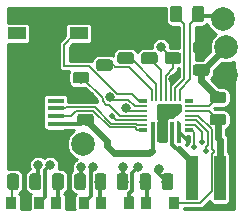
<source format=gbr>
G04 #@! TF.GenerationSoftware,KiCad,Pcbnew,(5.0.2)-1*
G04 #@! TF.CreationDate,2019-05-05T23:42:23+01:00*
G04 #@! TF.ProjectId,power-bank-upgrade,706f7765-722d-4626-916e-6b2d75706772,rev?*
G04 #@! TF.SameCoordinates,Original*
G04 #@! TF.FileFunction,Copper,L4,Bot*
G04 #@! TF.FilePolarity,Positive*
%FSLAX46Y46*%
G04 Gerber Fmt 4.6, Leading zero omitted, Abs format (unit mm)*
G04 Created by KiCad (PCBNEW (5.0.2)-1) date 05/05/2019 23:42:23*
%MOMM*%
%LPD*%
G01*
G04 APERTURE LIST*
G04 #@! TA.AperFunction,SMDPad,CuDef*
%ADD10R,0.980000X3.700000*%
G04 #@! TD*
G04 #@! TA.AperFunction,ComponentPad*
%ADD11C,1.998980*%
G04 #@! TD*
G04 #@! TA.AperFunction,Conductor*
%ADD12C,0.100000*%
G04 #@! TD*
G04 #@! TA.AperFunction,SMDPad,CuDef*
%ADD13C,0.975000*%
G04 #@! TD*
G04 #@! TA.AperFunction,SMDPad,CuDef*
%ADD14R,0.900000X1.000000*%
G04 #@! TD*
G04 #@! TA.AperFunction,SMDPad,CuDef*
%ADD15R,1.550000X1.000000*%
G04 #@! TD*
G04 #@! TA.AperFunction,SMDPad,CuDef*
%ADD16R,1.900000X1.500000*%
G04 #@! TD*
G04 #@! TA.AperFunction,ComponentPad*
%ADD17C,1.450000*%
G04 #@! TD*
G04 #@! TA.AperFunction,SMDPad,CuDef*
%ADD18R,1.350000X0.400000*%
G04 #@! TD*
G04 #@! TA.AperFunction,ComponentPad*
%ADD19O,1.900000X1.200000*%
G04 #@! TD*
G04 #@! TA.AperFunction,SMDPad,CuDef*
%ADD20R,1.900000X1.200000*%
G04 #@! TD*
G04 #@! TA.AperFunction,SMDPad,CuDef*
%ADD21R,0.300000X1.800000*%
G04 #@! TD*
G04 #@! TA.AperFunction,SMDPad,CuDef*
%ADD22R,0.700000X0.300000*%
G04 #@! TD*
G04 #@! TA.AperFunction,SMDPad,CuDef*
%ADD23R,0.700000X0.200000*%
G04 #@! TD*
G04 #@! TA.AperFunction,SMDPad,CuDef*
%ADD24R,0.200000X1.050000*%
G04 #@! TD*
G04 #@! TA.AperFunction,SMDPad,CuDef*
%ADD25C,0.300000*%
G04 #@! TD*
G04 #@! TA.AperFunction,ViaPad*
%ADD26C,0.800000*%
G04 #@! TD*
G04 #@! TA.AperFunction,ViaPad*
%ADD27C,0.508000*%
G04 #@! TD*
G04 #@! TA.AperFunction,Conductor*
%ADD28C,0.152400*%
G04 #@! TD*
G04 #@! TA.AperFunction,Conductor*
%ADD29C,0.300000*%
G04 #@! TD*
G04 #@! TA.AperFunction,Conductor*
%ADD30C,0.250000*%
G04 #@! TD*
G04 #@! TA.AperFunction,Conductor*
%ADD31C,0.304800*%
G04 #@! TD*
G04 #@! TA.AperFunction,Conductor*
%ADD32C,0.600000*%
G04 #@! TD*
G04 #@! TA.AperFunction,Conductor*
%ADD33C,0.254000*%
G04 #@! TD*
G04 APERTURE END LIST*
D10*
G04 #@! TO.P,L1,1*
G04 #@! TO.N,Net-(L1-Pad1)*
X36015000Y-186900000D03*
G04 #@! TO.P,L1,2*
G04 #@! TO.N,Net-(L1-Pad2)*
X38385000Y-186900000D03*
G04 #@! TD*
D11*
G04 #@! TO.P,J6,1*
G04 #@! TO.N,Net-(J6-Pad1)*
X26800000Y-184000000D03*
G04 #@! TD*
D12*
G04 #@! TO.N,Net-(D5-Pad2)*
G04 #@! TO.C,R9*
G36*
X32330142Y-186501174D02*
X32353803Y-186504684D01*
X32377007Y-186510496D01*
X32399529Y-186518554D01*
X32421153Y-186528782D01*
X32441670Y-186541079D01*
X32460883Y-186555329D01*
X32478607Y-186571393D01*
X32494671Y-186589117D01*
X32508921Y-186608330D01*
X32521218Y-186628847D01*
X32531446Y-186650471D01*
X32539504Y-186672993D01*
X32545316Y-186696197D01*
X32548826Y-186719858D01*
X32550000Y-186743750D01*
X32550000Y-187656250D01*
X32548826Y-187680142D01*
X32545316Y-187703803D01*
X32539504Y-187727007D01*
X32531446Y-187749529D01*
X32521218Y-187771153D01*
X32508921Y-187791670D01*
X32494671Y-187810883D01*
X32478607Y-187828607D01*
X32460883Y-187844671D01*
X32441670Y-187858921D01*
X32421153Y-187871218D01*
X32399529Y-187881446D01*
X32377007Y-187889504D01*
X32353803Y-187895316D01*
X32330142Y-187898826D01*
X32306250Y-187900000D01*
X31818750Y-187900000D01*
X31794858Y-187898826D01*
X31771197Y-187895316D01*
X31747993Y-187889504D01*
X31725471Y-187881446D01*
X31703847Y-187871218D01*
X31683330Y-187858921D01*
X31664117Y-187844671D01*
X31646393Y-187828607D01*
X31630329Y-187810883D01*
X31616079Y-187791670D01*
X31603782Y-187771153D01*
X31593554Y-187749529D01*
X31585496Y-187727007D01*
X31579684Y-187703803D01*
X31576174Y-187680142D01*
X31575000Y-187656250D01*
X31575000Y-186743750D01*
X31576174Y-186719858D01*
X31579684Y-186696197D01*
X31585496Y-186672993D01*
X31593554Y-186650471D01*
X31603782Y-186628847D01*
X31616079Y-186608330D01*
X31630329Y-186589117D01*
X31646393Y-186571393D01*
X31664117Y-186555329D01*
X31683330Y-186541079D01*
X31703847Y-186528782D01*
X31725471Y-186518554D01*
X31747993Y-186510496D01*
X31771197Y-186504684D01*
X31794858Y-186501174D01*
X31818750Y-186500000D01*
X32306250Y-186500000D01*
X32330142Y-186501174D01*
X32330142Y-186501174D01*
G37*
D13*
G04 #@! TD*
G04 #@! TO.P,R9,2*
G04 #@! TO.N,Net-(D5-Pad2)*
X32062500Y-187200000D03*
D12*
G04 #@! TO.N,VCC*
G04 #@! TO.C,R9*
G36*
X34205142Y-186501174D02*
X34228803Y-186504684D01*
X34252007Y-186510496D01*
X34274529Y-186518554D01*
X34296153Y-186528782D01*
X34316670Y-186541079D01*
X34335883Y-186555329D01*
X34353607Y-186571393D01*
X34369671Y-186589117D01*
X34383921Y-186608330D01*
X34396218Y-186628847D01*
X34406446Y-186650471D01*
X34414504Y-186672993D01*
X34420316Y-186696197D01*
X34423826Y-186719858D01*
X34425000Y-186743750D01*
X34425000Y-187656250D01*
X34423826Y-187680142D01*
X34420316Y-187703803D01*
X34414504Y-187727007D01*
X34406446Y-187749529D01*
X34396218Y-187771153D01*
X34383921Y-187791670D01*
X34369671Y-187810883D01*
X34353607Y-187828607D01*
X34335883Y-187844671D01*
X34316670Y-187858921D01*
X34296153Y-187871218D01*
X34274529Y-187881446D01*
X34252007Y-187889504D01*
X34228803Y-187895316D01*
X34205142Y-187898826D01*
X34181250Y-187900000D01*
X33693750Y-187900000D01*
X33669858Y-187898826D01*
X33646197Y-187895316D01*
X33622993Y-187889504D01*
X33600471Y-187881446D01*
X33578847Y-187871218D01*
X33558330Y-187858921D01*
X33539117Y-187844671D01*
X33521393Y-187828607D01*
X33505329Y-187810883D01*
X33491079Y-187791670D01*
X33478782Y-187771153D01*
X33468554Y-187749529D01*
X33460496Y-187727007D01*
X33454684Y-187703803D01*
X33451174Y-187680142D01*
X33450000Y-187656250D01*
X33450000Y-186743750D01*
X33451174Y-186719858D01*
X33454684Y-186696197D01*
X33460496Y-186672993D01*
X33468554Y-186650471D01*
X33478782Y-186628847D01*
X33491079Y-186608330D01*
X33505329Y-186589117D01*
X33521393Y-186571393D01*
X33539117Y-186555329D01*
X33558330Y-186541079D01*
X33578847Y-186528782D01*
X33600471Y-186518554D01*
X33622993Y-186510496D01*
X33646197Y-186504684D01*
X33669858Y-186501174D01*
X33693750Y-186500000D01*
X34181250Y-186500000D01*
X34205142Y-186501174D01*
X34205142Y-186501174D01*
G37*
D13*
G04 #@! TD*
G04 #@! TO.P,R9,1*
G04 #@! TO.N,VCC*
X33937500Y-187200000D03*
D14*
G04 #@! TO.P,D2,2*
G04 #@! TO.N,Net-(D2-Pad2)*
X20700000Y-189000000D03*
G04 #@! TO.P,D2,1*
G04 #@! TO.N,Net-(D2-Pad1)*
X23100000Y-189000000D03*
G04 #@! TD*
G04 #@! TO.P,D3,1*
G04 #@! TO.N,Net-(D3-Pad1)*
X26900000Y-189000000D03*
G04 #@! TO.P,D3,2*
G04 #@! TO.N,Net-(D3-Pad2)*
X24500000Y-189000000D03*
G04 #@! TD*
G04 #@! TO.P,D5,2*
G04 #@! TO.N,Net-(D5-Pad2)*
X32100000Y-189000000D03*
G04 #@! TO.P,D5,1*
G04 #@! TO.N,Net-(D5-Pad1)*
X34500000Y-189000000D03*
G04 #@! TD*
G04 #@! TO.P,D4,1*
G04 #@! TO.N,Net-(D4-Pad1)*
X30700000Y-189000000D03*
G04 #@! TO.P,D4,2*
G04 #@! TO.N,Net-(D4-Pad2)*
X28300000Y-189000000D03*
G04 #@! TD*
D11*
G04 #@! TO.P,GND,1*
G04 #@! TO.N,GNDA*
X38900000Y-178200000D03*
G04 #@! TD*
G04 #@! TO.P,BATT,1*
G04 #@! TO.N,/VBATT*
X38900000Y-175800000D03*
G04 #@! TD*
G04 #@! TO.P,NTC,1*
G04 #@! TO.N,/NTC+*
X38600000Y-173400000D03*
G04 #@! TD*
D15*
G04 #@! TO.P,SW1,1*
G04 #@! TO.N,GNDA*
X21175000Y-172950000D03*
X26425000Y-172950000D03*
G04 #@! TO.P,SW1,2*
G04 #@! TO.N,Net-(SW1-Pad2)*
X26425000Y-174650000D03*
X21175000Y-174650000D03*
G04 #@! TD*
D12*
G04 #@! TO.N,VCC*
G04 #@! TO.C,C1*
G36*
X34880142Y-176251174D02*
X34903803Y-176254684D01*
X34927007Y-176260496D01*
X34949529Y-176268554D01*
X34971153Y-176278782D01*
X34991670Y-176291079D01*
X35010883Y-176305329D01*
X35028607Y-176321393D01*
X35044671Y-176339117D01*
X35058921Y-176358330D01*
X35071218Y-176378847D01*
X35081446Y-176400471D01*
X35089504Y-176422993D01*
X35095316Y-176446197D01*
X35098826Y-176469858D01*
X35100000Y-176493750D01*
X35100000Y-176981250D01*
X35098826Y-177005142D01*
X35095316Y-177028803D01*
X35089504Y-177052007D01*
X35081446Y-177074529D01*
X35071218Y-177096153D01*
X35058921Y-177116670D01*
X35044671Y-177135883D01*
X35028607Y-177153607D01*
X35010883Y-177169671D01*
X34991670Y-177183921D01*
X34971153Y-177196218D01*
X34949529Y-177206446D01*
X34927007Y-177214504D01*
X34903803Y-177220316D01*
X34880142Y-177223826D01*
X34856250Y-177225000D01*
X33943750Y-177225000D01*
X33919858Y-177223826D01*
X33896197Y-177220316D01*
X33872993Y-177214504D01*
X33850471Y-177206446D01*
X33828847Y-177196218D01*
X33808330Y-177183921D01*
X33789117Y-177169671D01*
X33771393Y-177153607D01*
X33755329Y-177135883D01*
X33741079Y-177116670D01*
X33728782Y-177096153D01*
X33718554Y-177074529D01*
X33710496Y-177052007D01*
X33704684Y-177028803D01*
X33701174Y-177005142D01*
X33700000Y-176981250D01*
X33700000Y-176493750D01*
X33701174Y-176469858D01*
X33704684Y-176446197D01*
X33710496Y-176422993D01*
X33718554Y-176400471D01*
X33728782Y-176378847D01*
X33741079Y-176358330D01*
X33755329Y-176339117D01*
X33771393Y-176321393D01*
X33789117Y-176305329D01*
X33808330Y-176291079D01*
X33828847Y-176278782D01*
X33850471Y-176268554D01*
X33872993Y-176260496D01*
X33896197Y-176254684D01*
X33919858Y-176251174D01*
X33943750Y-176250000D01*
X34856250Y-176250000D01*
X34880142Y-176251174D01*
X34880142Y-176251174D01*
G37*
D13*
G04 #@! TD*
G04 #@! TO.P,C1,1*
G04 #@! TO.N,VCC*
X34400000Y-176737500D03*
D12*
G04 #@! TO.N,GNDA*
G04 #@! TO.C,C1*
G36*
X34880142Y-174376174D02*
X34903803Y-174379684D01*
X34927007Y-174385496D01*
X34949529Y-174393554D01*
X34971153Y-174403782D01*
X34991670Y-174416079D01*
X35010883Y-174430329D01*
X35028607Y-174446393D01*
X35044671Y-174464117D01*
X35058921Y-174483330D01*
X35071218Y-174503847D01*
X35081446Y-174525471D01*
X35089504Y-174547993D01*
X35095316Y-174571197D01*
X35098826Y-174594858D01*
X35100000Y-174618750D01*
X35100000Y-175106250D01*
X35098826Y-175130142D01*
X35095316Y-175153803D01*
X35089504Y-175177007D01*
X35081446Y-175199529D01*
X35071218Y-175221153D01*
X35058921Y-175241670D01*
X35044671Y-175260883D01*
X35028607Y-175278607D01*
X35010883Y-175294671D01*
X34991670Y-175308921D01*
X34971153Y-175321218D01*
X34949529Y-175331446D01*
X34927007Y-175339504D01*
X34903803Y-175345316D01*
X34880142Y-175348826D01*
X34856250Y-175350000D01*
X33943750Y-175350000D01*
X33919858Y-175348826D01*
X33896197Y-175345316D01*
X33872993Y-175339504D01*
X33850471Y-175331446D01*
X33828847Y-175321218D01*
X33808330Y-175308921D01*
X33789117Y-175294671D01*
X33771393Y-175278607D01*
X33755329Y-175260883D01*
X33741079Y-175241670D01*
X33728782Y-175221153D01*
X33718554Y-175199529D01*
X33710496Y-175177007D01*
X33704684Y-175153803D01*
X33701174Y-175130142D01*
X33700000Y-175106250D01*
X33700000Y-174618750D01*
X33701174Y-174594858D01*
X33704684Y-174571197D01*
X33710496Y-174547993D01*
X33718554Y-174525471D01*
X33728782Y-174503847D01*
X33741079Y-174483330D01*
X33755329Y-174464117D01*
X33771393Y-174446393D01*
X33789117Y-174430329D01*
X33808330Y-174416079D01*
X33828847Y-174403782D01*
X33850471Y-174393554D01*
X33872993Y-174385496D01*
X33896197Y-174379684D01*
X33919858Y-174376174D01*
X33943750Y-174375000D01*
X34856250Y-174375000D01*
X34880142Y-174376174D01*
X34880142Y-174376174D01*
G37*
D13*
G04 #@! TD*
G04 #@! TO.P,C1,2*
G04 #@! TO.N,GNDA*
X34400000Y-174862500D03*
D12*
G04 #@! TO.N,GNDA*
G04 #@! TO.C,C2*
G36*
X27480142Y-179576174D02*
X27503803Y-179579684D01*
X27527007Y-179585496D01*
X27549529Y-179593554D01*
X27571153Y-179603782D01*
X27591670Y-179616079D01*
X27610883Y-179630329D01*
X27628607Y-179646393D01*
X27644671Y-179664117D01*
X27658921Y-179683330D01*
X27671218Y-179703847D01*
X27681446Y-179725471D01*
X27689504Y-179747993D01*
X27695316Y-179771197D01*
X27698826Y-179794858D01*
X27700000Y-179818750D01*
X27700000Y-180306250D01*
X27698826Y-180330142D01*
X27695316Y-180353803D01*
X27689504Y-180377007D01*
X27681446Y-180399529D01*
X27671218Y-180421153D01*
X27658921Y-180441670D01*
X27644671Y-180460883D01*
X27628607Y-180478607D01*
X27610883Y-180494671D01*
X27591670Y-180508921D01*
X27571153Y-180521218D01*
X27549529Y-180531446D01*
X27527007Y-180539504D01*
X27503803Y-180545316D01*
X27480142Y-180548826D01*
X27456250Y-180550000D01*
X26543750Y-180550000D01*
X26519858Y-180548826D01*
X26496197Y-180545316D01*
X26472993Y-180539504D01*
X26450471Y-180531446D01*
X26428847Y-180521218D01*
X26408330Y-180508921D01*
X26389117Y-180494671D01*
X26371393Y-180478607D01*
X26355329Y-180460883D01*
X26341079Y-180441670D01*
X26328782Y-180421153D01*
X26318554Y-180399529D01*
X26310496Y-180377007D01*
X26304684Y-180353803D01*
X26301174Y-180330142D01*
X26300000Y-180306250D01*
X26300000Y-179818750D01*
X26301174Y-179794858D01*
X26304684Y-179771197D01*
X26310496Y-179747993D01*
X26318554Y-179725471D01*
X26328782Y-179703847D01*
X26341079Y-179683330D01*
X26355329Y-179664117D01*
X26371393Y-179646393D01*
X26389117Y-179630329D01*
X26408330Y-179616079D01*
X26428847Y-179603782D01*
X26450471Y-179593554D01*
X26472993Y-179585496D01*
X26496197Y-179579684D01*
X26519858Y-179576174D01*
X26543750Y-179575000D01*
X27456250Y-179575000D01*
X27480142Y-179576174D01*
X27480142Y-179576174D01*
G37*
D13*
G04 #@! TD*
G04 #@! TO.P,C2,2*
G04 #@! TO.N,GNDA*
X27000000Y-180062500D03*
D12*
G04 #@! TO.N,Net-(C2-Pad1)*
G04 #@! TO.C,C2*
G36*
X27480142Y-181451174D02*
X27503803Y-181454684D01*
X27527007Y-181460496D01*
X27549529Y-181468554D01*
X27571153Y-181478782D01*
X27591670Y-181491079D01*
X27610883Y-181505329D01*
X27628607Y-181521393D01*
X27644671Y-181539117D01*
X27658921Y-181558330D01*
X27671218Y-181578847D01*
X27681446Y-181600471D01*
X27689504Y-181622993D01*
X27695316Y-181646197D01*
X27698826Y-181669858D01*
X27700000Y-181693750D01*
X27700000Y-182181250D01*
X27698826Y-182205142D01*
X27695316Y-182228803D01*
X27689504Y-182252007D01*
X27681446Y-182274529D01*
X27671218Y-182296153D01*
X27658921Y-182316670D01*
X27644671Y-182335883D01*
X27628607Y-182353607D01*
X27610883Y-182369671D01*
X27591670Y-182383921D01*
X27571153Y-182396218D01*
X27549529Y-182406446D01*
X27527007Y-182414504D01*
X27503803Y-182420316D01*
X27480142Y-182423826D01*
X27456250Y-182425000D01*
X26543750Y-182425000D01*
X26519858Y-182423826D01*
X26496197Y-182420316D01*
X26472993Y-182414504D01*
X26450471Y-182406446D01*
X26428847Y-182396218D01*
X26408330Y-182383921D01*
X26389117Y-182369671D01*
X26371393Y-182353607D01*
X26355329Y-182335883D01*
X26341079Y-182316670D01*
X26328782Y-182296153D01*
X26318554Y-182274529D01*
X26310496Y-182252007D01*
X26304684Y-182228803D01*
X26301174Y-182205142D01*
X26300000Y-182181250D01*
X26300000Y-181693750D01*
X26301174Y-181669858D01*
X26304684Y-181646197D01*
X26310496Y-181622993D01*
X26318554Y-181600471D01*
X26328782Y-181578847D01*
X26341079Y-181558330D01*
X26355329Y-181539117D01*
X26371393Y-181521393D01*
X26389117Y-181505329D01*
X26408330Y-181491079D01*
X26428847Y-181478782D01*
X26450471Y-181468554D01*
X26472993Y-181460496D01*
X26496197Y-181454684D01*
X26519858Y-181451174D01*
X26543750Y-181450000D01*
X27456250Y-181450000D01*
X27480142Y-181451174D01*
X27480142Y-181451174D01*
G37*
D13*
G04 #@! TD*
G04 #@! TO.P,C2,1*
G04 #@! TO.N,Net-(C2-Pad1)*
X27000000Y-181937500D03*
D12*
G04 #@! TO.N,GNDA*
G04 #@! TO.C,C5*
G36*
X29080142Y-174976174D02*
X29103803Y-174979684D01*
X29127007Y-174985496D01*
X29149529Y-174993554D01*
X29171153Y-175003782D01*
X29191670Y-175016079D01*
X29210883Y-175030329D01*
X29228607Y-175046393D01*
X29244671Y-175064117D01*
X29258921Y-175083330D01*
X29271218Y-175103847D01*
X29281446Y-175125471D01*
X29289504Y-175147993D01*
X29295316Y-175171197D01*
X29298826Y-175194858D01*
X29300000Y-175218750D01*
X29300000Y-175706250D01*
X29298826Y-175730142D01*
X29295316Y-175753803D01*
X29289504Y-175777007D01*
X29281446Y-175799529D01*
X29271218Y-175821153D01*
X29258921Y-175841670D01*
X29244671Y-175860883D01*
X29228607Y-175878607D01*
X29210883Y-175894671D01*
X29191670Y-175908921D01*
X29171153Y-175921218D01*
X29149529Y-175931446D01*
X29127007Y-175939504D01*
X29103803Y-175945316D01*
X29080142Y-175948826D01*
X29056250Y-175950000D01*
X28143750Y-175950000D01*
X28119858Y-175948826D01*
X28096197Y-175945316D01*
X28072993Y-175939504D01*
X28050471Y-175931446D01*
X28028847Y-175921218D01*
X28008330Y-175908921D01*
X27989117Y-175894671D01*
X27971393Y-175878607D01*
X27955329Y-175860883D01*
X27941079Y-175841670D01*
X27928782Y-175821153D01*
X27918554Y-175799529D01*
X27910496Y-175777007D01*
X27904684Y-175753803D01*
X27901174Y-175730142D01*
X27900000Y-175706250D01*
X27900000Y-175218750D01*
X27901174Y-175194858D01*
X27904684Y-175171197D01*
X27910496Y-175147993D01*
X27918554Y-175125471D01*
X27928782Y-175103847D01*
X27941079Y-175083330D01*
X27955329Y-175064117D01*
X27971393Y-175046393D01*
X27989117Y-175030329D01*
X28008330Y-175016079D01*
X28028847Y-175003782D01*
X28050471Y-174993554D01*
X28072993Y-174985496D01*
X28096197Y-174979684D01*
X28119858Y-174976174D01*
X28143750Y-174975000D01*
X29056250Y-174975000D01*
X29080142Y-174976174D01*
X29080142Y-174976174D01*
G37*
D13*
G04 #@! TD*
G04 #@! TO.P,C5,2*
G04 #@! TO.N,GNDA*
X28600000Y-175462500D03*
D12*
G04 #@! TO.N,Net-(C5-Pad1)*
G04 #@! TO.C,C5*
G36*
X29080142Y-176851174D02*
X29103803Y-176854684D01*
X29127007Y-176860496D01*
X29149529Y-176868554D01*
X29171153Y-176878782D01*
X29191670Y-176891079D01*
X29210883Y-176905329D01*
X29228607Y-176921393D01*
X29244671Y-176939117D01*
X29258921Y-176958330D01*
X29271218Y-176978847D01*
X29281446Y-177000471D01*
X29289504Y-177022993D01*
X29295316Y-177046197D01*
X29298826Y-177069858D01*
X29300000Y-177093750D01*
X29300000Y-177581250D01*
X29298826Y-177605142D01*
X29295316Y-177628803D01*
X29289504Y-177652007D01*
X29281446Y-177674529D01*
X29271218Y-177696153D01*
X29258921Y-177716670D01*
X29244671Y-177735883D01*
X29228607Y-177753607D01*
X29210883Y-177769671D01*
X29191670Y-177783921D01*
X29171153Y-177796218D01*
X29149529Y-177806446D01*
X29127007Y-177814504D01*
X29103803Y-177820316D01*
X29080142Y-177823826D01*
X29056250Y-177825000D01*
X28143750Y-177825000D01*
X28119858Y-177823826D01*
X28096197Y-177820316D01*
X28072993Y-177814504D01*
X28050471Y-177806446D01*
X28028847Y-177796218D01*
X28008330Y-177783921D01*
X27989117Y-177769671D01*
X27971393Y-177753607D01*
X27955329Y-177735883D01*
X27941079Y-177716670D01*
X27928782Y-177696153D01*
X27918554Y-177674529D01*
X27910496Y-177652007D01*
X27904684Y-177628803D01*
X27901174Y-177605142D01*
X27900000Y-177581250D01*
X27900000Y-177093750D01*
X27901174Y-177069858D01*
X27904684Y-177046197D01*
X27910496Y-177022993D01*
X27918554Y-177000471D01*
X27928782Y-176978847D01*
X27941079Y-176958330D01*
X27955329Y-176939117D01*
X27971393Y-176921393D01*
X27989117Y-176905329D01*
X28008330Y-176891079D01*
X28028847Y-176878782D01*
X28050471Y-176868554D01*
X28072993Y-176860496D01*
X28096197Y-176854684D01*
X28119858Y-176851174D01*
X28143750Y-176850000D01*
X29056250Y-176850000D01*
X29080142Y-176851174D01*
X29080142Y-176851174D01*
G37*
D13*
G04 #@! TD*
G04 #@! TO.P,C5,1*
G04 #@! TO.N,Net-(C5-Pad1)*
X28600000Y-177337500D03*
D12*
G04 #@! TO.N,GNDA*
G04 #@! TO.C,C6*
G36*
X37280142Y-175376174D02*
X37303803Y-175379684D01*
X37327007Y-175385496D01*
X37349529Y-175393554D01*
X37371153Y-175403782D01*
X37391670Y-175416079D01*
X37410883Y-175430329D01*
X37428607Y-175446393D01*
X37444671Y-175464117D01*
X37458921Y-175483330D01*
X37471218Y-175503847D01*
X37481446Y-175525471D01*
X37489504Y-175547993D01*
X37495316Y-175571197D01*
X37498826Y-175594858D01*
X37500000Y-175618750D01*
X37500000Y-176106250D01*
X37498826Y-176130142D01*
X37495316Y-176153803D01*
X37489504Y-176177007D01*
X37481446Y-176199529D01*
X37471218Y-176221153D01*
X37458921Y-176241670D01*
X37444671Y-176260883D01*
X37428607Y-176278607D01*
X37410883Y-176294671D01*
X37391670Y-176308921D01*
X37371153Y-176321218D01*
X37349529Y-176331446D01*
X37327007Y-176339504D01*
X37303803Y-176345316D01*
X37280142Y-176348826D01*
X37256250Y-176350000D01*
X36343750Y-176350000D01*
X36319858Y-176348826D01*
X36296197Y-176345316D01*
X36272993Y-176339504D01*
X36250471Y-176331446D01*
X36228847Y-176321218D01*
X36208330Y-176308921D01*
X36189117Y-176294671D01*
X36171393Y-176278607D01*
X36155329Y-176260883D01*
X36141079Y-176241670D01*
X36128782Y-176221153D01*
X36118554Y-176199529D01*
X36110496Y-176177007D01*
X36104684Y-176153803D01*
X36101174Y-176130142D01*
X36100000Y-176106250D01*
X36100000Y-175618750D01*
X36101174Y-175594858D01*
X36104684Y-175571197D01*
X36110496Y-175547993D01*
X36118554Y-175525471D01*
X36128782Y-175503847D01*
X36141079Y-175483330D01*
X36155329Y-175464117D01*
X36171393Y-175446393D01*
X36189117Y-175430329D01*
X36208330Y-175416079D01*
X36228847Y-175403782D01*
X36250471Y-175393554D01*
X36272993Y-175385496D01*
X36296197Y-175379684D01*
X36319858Y-175376174D01*
X36343750Y-175375000D01*
X37256250Y-175375000D01*
X37280142Y-175376174D01*
X37280142Y-175376174D01*
G37*
D13*
G04 #@! TD*
G04 #@! TO.P,C6,2*
G04 #@! TO.N,GNDA*
X36800000Y-175862500D03*
D12*
G04 #@! TO.N,/VBATT*
G04 #@! TO.C,C6*
G36*
X37280142Y-177251174D02*
X37303803Y-177254684D01*
X37327007Y-177260496D01*
X37349529Y-177268554D01*
X37371153Y-177278782D01*
X37391670Y-177291079D01*
X37410883Y-177305329D01*
X37428607Y-177321393D01*
X37444671Y-177339117D01*
X37458921Y-177358330D01*
X37471218Y-177378847D01*
X37481446Y-177400471D01*
X37489504Y-177422993D01*
X37495316Y-177446197D01*
X37498826Y-177469858D01*
X37500000Y-177493750D01*
X37500000Y-177981250D01*
X37498826Y-178005142D01*
X37495316Y-178028803D01*
X37489504Y-178052007D01*
X37481446Y-178074529D01*
X37471218Y-178096153D01*
X37458921Y-178116670D01*
X37444671Y-178135883D01*
X37428607Y-178153607D01*
X37410883Y-178169671D01*
X37391670Y-178183921D01*
X37371153Y-178196218D01*
X37349529Y-178206446D01*
X37327007Y-178214504D01*
X37303803Y-178220316D01*
X37280142Y-178223826D01*
X37256250Y-178225000D01*
X36343750Y-178225000D01*
X36319858Y-178223826D01*
X36296197Y-178220316D01*
X36272993Y-178214504D01*
X36250471Y-178206446D01*
X36228847Y-178196218D01*
X36208330Y-178183921D01*
X36189117Y-178169671D01*
X36171393Y-178153607D01*
X36155329Y-178135883D01*
X36141079Y-178116670D01*
X36128782Y-178096153D01*
X36118554Y-178074529D01*
X36110496Y-178052007D01*
X36104684Y-178028803D01*
X36101174Y-178005142D01*
X36100000Y-177981250D01*
X36100000Y-177493750D01*
X36101174Y-177469858D01*
X36104684Y-177446197D01*
X36110496Y-177422993D01*
X36118554Y-177400471D01*
X36128782Y-177378847D01*
X36141079Y-177358330D01*
X36155329Y-177339117D01*
X36171393Y-177321393D01*
X36189117Y-177305329D01*
X36208330Y-177291079D01*
X36228847Y-177278782D01*
X36250471Y-177268554D01*
X36272993Y-177260496D01*
X36296197Y-177254684D01*
X36319858Y-177251174D01*
X36343750Y-177250000D01*
X37256250Y-177250000D01*
X37280142Y-177251174D01*
X37280142Y-177251174D01*
G37*
D13*
G04 #@! TD*
G04 #@! TO.P,C6,1*
G04 #@! TO.N,/VBATT*
X36800000Y-177737500D03*
D16*
G04 #@! TO.P,J1,6*
G04 #@! TO.N,GNDA*
X21762500Y-180000000D03*
D17*
X24462500Y-183500000D03*
D18*
G04 #@! TO.P,J1,2*
G04 #@! TO.N,Net-(J1-Pad2)*
X24462500Y-181650000D03*
G04 #@! TO.P,J1,1*
G04 #@! TO.N,Net-(C2-Pad1)*
X24462500Y-182300000D03*
G04 #@! TO.P,J1,5*
G04 #@! TO.N,GNDA*
X24462500Y-179700000D03*
G04 #@! TO.P,J1,4*
G04 #@! TO.N,Net-(J1-Pad4)*
X24462500Y-180350000D03*
G04 #@! TO.P,J1,3*
G04 #@! TO.N,Net-(J1-Pad3)*
X24462500Y-181000000D03*
D17*
G04 #@! TO.P,J1,6*
G04 #@! TO.N,GNDA*
X24462500Y-178500000D03*
D16*
X21762500Y-182000000D03*
D19*
X21762500Y-184500000D03*
X21762500Y-177500000D03*
D20*
X21762500Y-178100000D03*
X21762500Y-183900000D03*
G04 #@! TD*
D12*
G04 #@! TO.N,GNDA*
G04 #@! TO.C,R1*
G36*
X27080142Y-176038674D02*
X27103803Y-176042184D01*
X27127007Y-176047996D01*
X27149529Y-176056054D01*
X27171153Y-176066282D01*
X27191670Y-176078579D01*
X27210883Y-176092829D01*
X27228607Y-176108893D01*
X27244671Y-176126617D01*
X27258921Y-176145830D01*
X27271218Y-176166347D01*
X27281446Y-176187971D01*
X27289504Y-176210493D01*
X27295316Y-176233697D01*
X27298826Y-176257358D01*
X27300000Y-176281250D01*
X27300000Y-176768750D01*
X27298826Y-176792642D01*
X27295316Y-176816303D01*
X27289504Y-176839507D01*
X27281446Y-176862029D01*
X27271218Y-176883653D01*
X27258921Y-176904170D01*
X27244671Y-176923383D01*
X27228607Y-176941107D01*
X27210883Y-176957171D01*
X27191670Y-176971421D01*
X27171153Y-176983718D01*
X27149529Y-176993946D01*
X27127007Y-177002004D01*
X27103803Y-177007816D01*
X27080142Y-177011326D01*
X27056250Y-177012500D01*
X26143750Y-177012500D01*
X26119858Y-177011326D01*
X26096197Y-177007816D01*
X26072993Y-177002004D01*
X26050471Y-176993946D01*
X26028847Y-176983718D01*
X26008330Y-176971421D01*
X25989117Y-176957171D01*
X25971393Y-176941107D01*
X25955329Y-176923383D01*
X25941079Y-176904170D01*
X25928782Y-176883653D01*
X25918554Y-176862029D01*
X25910496Y-176839507D01*
X25904684Y-176816303D01*
X25901174Y-176792642D01*
X25900000Y-176768750D01*
X25900000Y-176281250D01*
X25901174Y-176257358D01*
X25904684Y-176233697D01*
X25910496Y-176210493D01*
X25918554Y-176187971D01*
X25928782Y-176166347D01*
X25941079Y-176145830D01*
X25955329Y-176126617D01*
X25971393Y-176108893D01*
X25989117Y-176092829D01*
X26008330Y-176078579D01*
X26028847Y-176066282D01*
X26050471Y-176056054D01*
X26072993Y-176047996D01*
X26096197Y-176042184D01*
X26119858Y-176038674D01*
X26143750Y-176037500D01*
X27056250Y-176037500D01*
X27080142Y-176038674D01*
X27080142Y-176038674D01*
G37*
D13*
G04 #@! TD*
G04 #@! TO.P,R1,2*
G04 #@! TO.N,GNDA*
X26600000Y-176525000D03*
D12*
G04 #@! TO.N,Net-(R1-Pad1)*
G04 #@! TO.C,R1*
G36*
X27080142Y-177913674D02*
X27103803Y-177917184D01*
X27127007Y-177922996D01*
X27149529Y-177931054D01*
X27171153Y-177941282D01*
X27191670Y-177953579D01*
X27210883Y-177967829D01*
X27228607Y-177983893D01*
X27244671Y-178001617D01*
X27258921Y-178020830D01*
X27271218Y-178041347D01*
X27281446Y-178062971D01*
X27289504Y-178085493D01*
X27295316Y-178108697D01*
X27298826Y-178132358D01*
X27300000Y-178156250D01*
X27300000Y-178643750D01*
X27298826Y-178667642D01*
X27295316Y-178691303D01*
X27289504Y-178714507D01*
X27281446Y-178737029D01*
X27271218Y-178758653D01*
X27258921Y-178779170D01*
X27244671Y-178798383D01*
X27228607Y-178816107D01*
X27210883Y-178832171D01*
X27191670Y-178846421D01*
X27171153Y-178858718D01*
X27149529Y-178868946D01*
X27127007Y-178877004D01*
X27103803Y-178882816D01*
X27080142Y-178886326D01*
X27056250Y-178887500D01*
X26143750Y-178887500D01*
X26119858Y-178886326D01*
X26096197Y-178882816D01*
X26072993Y-178877004D01*
X26050471Y-178868946D01*
X26028847Y-178858718D01*
X26008330Y-178846421D01*
X25989117Y-178832171D01*
X25971393Y-178816107D01*
X25955329Y-178798383D01*
X25941079Y-178779170D01*
X25928782Y-178758653D01*
X25918554Y-178737029D01*
X25910496Y-178714507D01*
X25904684Y-178691303D01*
X25901174Y-178667642D01*
X25900000Y-178643750D01*
X25900000Y-178156250D01*
X25901174Y-178132358D01*
X25904684Y-178108697D01*
X25910496Y-178085493D01*
X25918554Y-178062971D01*
X25928782Y-178041347D01*
X25941079Y-178020830D01*
X25955329Y-178001617D01*
X25971393Y-177983893D01*
X25989117Y-177967829D01*
X26008330Y-177953579D01*
X26028847Y-177941282D01*
X26050471Y-177931054D01*
X26072993Y-177922996D01*
X26096197Y-177917184D01*
X26119858Y-177913674D01*
X26143750Y-177912500D01*
X27056250Y-177912500D01*
X27080142Y-177913674D01*
X27080142Y-177913674D01*
G37*
D13*
G04 #@! TD*
G04 #@! TO.P,R1,1*
G04 #@! TO.N,Net-(R1-Pad1)*
X26600000Y-178400000D03*
D12*
G04 #@! TO.N,Net-(R2-Pad1)*
G04 #@! TO.C,R2*
G36*
X32880142Y-176251174D02*
X32903803Y-176254684D01*
X32927007Y-176260496D01*
X32949529Y-176268554D01*
X32971153Y-176278782D01*
X32991670Y-176291079D01*
X33010883Y-176305329D01*
X33028607Y-176321393D01*
X33044671Y-176339117D01*
X33058921Y-176358330D01*
X33071218Y-176378847D01*
X33081446Y-176400471D01*
X33089504Y-176422993D01*
X33095316Y-176446197D01*
X33098826Y-176469858D01*
X33100000Y-176493750D01*
X33100000Y-176981250D01*
X33098826Y-177005142D01*
X33095316Y-177028803D01*
X33089504Y-177052007D01*
X33081446Y-177074529D01*
X33071218Y-177096153D01*
X33058921Y-177116670D01*
X33044671Y-177135883D01*
X33028607Y-177153607D01*
X33010883Y-177169671D01*
X32991670Y-177183921D01*
X32971153Y-177196218D01*
X32949529Y-177206446D01*
X32927007Y-177214504D01*
X32903803Y-177220316D01*
X32880142Y-177223826D01*
X32856250Y-177225000D01*
X31943750Y-177225000D01*
X31919858Y-177223826D01*
X31896197Y-177220316D01*
X31872993Y-177214504D01*
X31850471Y-177206446D01*
X31828847Y-177196218D01*
X31808330Y-177183921D01*
X31789117Y-177169671D01*
X31771393Y-177153607D01*
X31755329Y-177135883D01*
X31741079Y-177116670D01*
X31728782Y-177096153D01*
X31718554Y-177074529D01*
X31710496Y-177052007D01*
X31704684Y-177028803D01*
X31701174Y-177005142D01*
X31700000Y-176981250D01*
X31700000Y-176493750D01*
X31701174Y-176469858D01*
X31704684Y-176446197D01*
X31710496Y-176422993D01*
X31718554Y-176400471D01*
X31728782Y-176378847D01*
X31741079Y-176358330D01*
X31755329Y-176339117D01*
X31771393Y-176321393D01*
X31789117Y-176305329D01*
X31808330Y-176291079D01*
X31828847Y-176278782D01*
X31850471Y-176268554D01*
X31872993Y-176260496D01*
X31896197Y-176254684D01*
X31919858Y-176251174D01*
X31943750Y-176250000D01*
X32856250Y-176250000D01*
X32880142Y-176251174D01*
X32880142Y-176251174D01*
G37*
D13*
G04 #@! TD*
G04 #@! TO.P,R2,1*
G04 #@! TO.N,Net-(R2-Pad1)*
X32400000Y-176737500D03*
D12*
G04 #@! TO.N,GNDA*
G04 #@! TO.C,R2*
G36*
X32880142Y-174376174D02*
X32903803Y-174379684D01*
X32927007Y-174385496D01*
X32949529Y-174393554D01*
X32971153Y-174403782D01*
X32991670Y-174416079D01*
X33010883Y-174430329D01*
X33028607Y-174446393D01*
X33044671Y-174464117D01*
X33058921Y-174483330D01*
X33071218Y-174503847D01*
X33081446Y-174525471D01*
X33089504Y-174547993D01*
X33095316Y-174571197D01*
X33098826Y-174594858D01*
X33100000Y-174618750D01*
X33100000Y-175106250D01*
X33098826Y-175130142D01*
X33095316Y-175153803D01*
X33089504Y-175177007D01*
X33081446Y-175199529D01*
X33071218Y-175221153D01*
X33058921Y-175241670D01*
X33044671Y-175260883D01*
X33028607Y-175278607D01*
X33010883Y-175294671D01*
X32991670Y-175308921D01*
X32971153Y-175321218D01*
X32949529Y-175331446D01*
X32927007Y-175339504D01*
X32903803Y-175345316D01*
X32880142Y-175348826D01*
X32856250Y-175350000D01*
X31943750Y-175350000D01*
X31919858Y-175348826D01*
X31896197Y-175345316D01*
X31872993Y-175339504D01*
X31850471Y-175331446D01*
X31828847Y-175321218D01*
X31808330Y-175308921D01*
X31789117Y-175294671D01*
X31771393Y-175278607D01*
X31755329Y-175260883D01*
X31741079Y-175241670D01*
X31728782Y-175221153D01*
X31718554Y-175199529D01*
X31710496Y-175177007D01*
X31704684Y-175153803D01*
X31701174Y-175130142D01*
X31700000Y-175106250D01*
X31700000Y-174618750D01*
X31701174Y-174594858D01*
X31704684Y-174571197D01*
X31710496Y-174547993D01*
X31718554Y-174525471D01*
X31728782Y-174503847D01*
X31741079Y-174483330D01*
X31755329Y-174464117D01*
X31771393Y-174446393D01*
X31789117Y-174430329D01*
X31808330Y-174416079D01*
X31828847Y-174403782D01*
X31850471Y-174393554D01*
X31872993Y-174385496D01*
X31896197Y-174379684D01*
X31919858Y-174376174D01*
X31943750Y-174375000D01*
X32856250Y-174375000D01*
X32880142Y-174376174D01*
X32880142Y-174376174D01*
G37*
D13*
G04 #@! TD*
G04 #@! TO.P,R2,2*
G04 #@! TO.N,GNDA*
X32400000Y-174862500D03*
D12*
G04 #@! TO.N,Net-(R3-Pad1)*
G04 #@! TO.C,R3*
G36*
X30880142Y-176251174D02*
X30903803Y-176254684D01*
X30927007Y-176260496D01*
X30949529Y-176268554D01*
X30971153Y-176278782D01*
X30991670Y-176291079D01*
X31010883Y-176305329D01*
X31028607Y-176321393D01*
X31044671Y-176339117D01*
X31058921Y-176358330D01*
X31071218Y-176378847D01*
X31081446Y-176400471D01*
X31089504Y-176422993D01*
X31095316Y-176446197D01*
X31098826Y-176469858D01*
X31100000Y-176493750D01*
X31100000Y-176981250D01*
X31098826Y-177005142D01*
X31095316Y-177028803D01*
X31089504Y-177052007D01*
X31081446Y-177074529D01*
X31071218Y-177096153D01*
X31058921Y-177116670D01*
X31044671Y-177135883D01*
X31028607Y-177153607D01*
X31010883Y-177169671D01*
X30991670Y-177183921D01*
X30971153Y-177196218D01*
X30949529Y-177206446D01*
X30927007Y-177214504D01*
X30903803Y-177220316D01*
X30880142Y-177223826D01*
X30856250Y-177225000D01*
X29943750Y-177225000D01*
X29919858Y-177223826D01*
X29896197Y-177220316D01*
X29872993Y-177214504D01*
X29850471Y-177206446D01*
X29828847Y-177196218D01*
X29808330Y-177183921D01*
X29789117Y-177169671D01*
X29771393Y-177153607D01*
X29755329Y-177135883D01*
X29741079Y-177116670D01*
X29728782Y-177096153D01*
X29718554Y-177074529D01*
X29710496Y-177052007D01*
X29704684Y-177028803D01*
X29701174Y-177005142D01*
X29700000Y-176981250D01*
X29700000Y-176493750D01*
X29701174Y-176469858D01*
X29704684Y-176446197D01*
X29710496Y-176422993D01*
X29718554Y-176400471D01*
X29728782Y-176378847D01*
X29741079Y-176358330D01*
X29755329Y-176339117D01*
X29771393Y-176321393D01*
X29789117Y-176305329D01*
X29808330Y-176291079D01*
X29828847Y-176278782D01*
X29850471Y-176268554D01*
X29872993Y-176260496D01*
X29896197Y-176254684D01*
X29919858Y-176251174D01*
X29943750Y-176250000D01*
X30856250Y-176250000D01*
X30880142Y-176251174D01*
X30880142Y-176251174D01*
G37*
D13*
G04 #@! TD*
G04 #@! TO.P,R3,1*
G04 #@! TO.N,Net-(R3-Pad1)*
X30400000Y-176737500D03*
D12*
G04 #@! TO.N,GNDA*
G04 #@! TO.C,R3*
G36*
X30880142Y-174376174D02*
X30903803Y-174379684D01*
X30927007Y-174385496D01*
X30949529Y-174393554D01*
X30971153Y-174403782D01*
X30991670Y-174416079D01*
X31010883Y-174430329D01*
X31028607Y-174446393D01*
X31044671Y-174464117D01*
X31058921Y-174483330D01*
X31071218Y-174503847D01*
X31081446Y-174525471D01*
X31089504Y-174547993D01*
X31095316Y-174571197D01*
X31098826Y-174594858D01*
X31100000Y-174618750D01*
X31100000Y-175106250D01*
X31098826Y-175130142D01*
X31095316Y-175153803D01*
X31089504Y-175177007D01*
X31081446Y-175199529D01*
X31071218Y-175221153D01*
X31058921Y-175241670D01*
X31044671Y-175260883D01*
X31028607Y-175278607D01*
X31010883Y-175294671D01*
X30991670Y-175308921D01*
X30971153Y-175321218D01*
X30949529Y-175331446D01*
X30927007Y-175339504D01*
X30903803Y-175345316D01*
X30880142Y-175348826D01*
X30856250Y-175350000D01*
X29943750Y-175350000D01*
X29919858Y-175348826D01*
X29896197Y-175345316D01*
X29872993Y-175339504D01*
X29850471Y-175331446D01*
X29828847Y-175321218D01*
X29808330Y-175308921D01*
X29789117Y-175294671D01*
X29771393Y-175278607D01*
X29755329Y-175260883D01*
X29741079Y-175241670D01*
X29728782Y-175221153D01*
X29718554Y-175199529D01*
X29710496Y-175177007D01*
X29704684Y-175153803D01*
X29701174Y-175130142D01*
X29700000Y-175106250D01*
X29700000Y-174618750D01*
X29701174Y-174594858D01*
X29704684Y-174571197D01*
X29710496Y-174547993D01*
X29718554Y-174525471D01*
X29728782Y-174503847D01*
X29741079Y-174483330D01*
X29755329Y-174464117D01*
X29771393Y-174446393D01*
X29789117Y-174430329D01*
X29808330Y-174416079D01*
X29828847Y-174403782D01*
X29850471Y-174393554D01*
X29872993Y-174385496D01*
X29896197Y-174379684D01*
X29919858Y-174376174D01*
X29943750Y-174375000D01*
X30856250Y-174375000D01*
X30880142Y-174376174D01*
X30880142Y-174376174D01*
G37*
D13*
G04 #@! TD*
G04 #@! TO.P,R3,2*
G04 #@! TO.N,GNDA*
X30400000Y-174862500D03*
D12*
G04 #@! TO.N,Net-(L1-Pad2)*
G04 #@! TO.C,R4*
G36*
X38680142Y-181451174D02*
X38703803Y-181454684D01*
X38727007Y-181460496D01*
X38749529Y-181468554D01*
X38771153Y-181478782D01*
X38791670Y-181491079D01*
X38810883Y-181505329D01*
X38828607Y-181521393D01*
X38844671Y-181539117D01*
X38858921Y-181558330D01*
X38871218Y-181578847D01*
X38881446Y-181600471D01*
X38889504Y-181622993D01*
X38895316Y-181646197D01*
X38898826Y-181669858D01*
X38900000Y-181693750D01*
X38900000Y-182181250D01*
X38898826Y-182205142D01*
X38895316Y-182228803D01*
X38889504Y-182252007D01*
X38881446Y-182274529D01*
X38871218Y-182296153D01*
X38858921Y-182316670D01*
X38844671Y-182335883D01*
X38828607Y-182353607D01*
X38810883Y-182369671D01*
X38791670Y-182383921D01*
X38771153Y-182396218D01*
X38749529Y-182406446D01*
X38727007Y-182414504D01*
X38703803Y-182420316D01*
X38680142Y-182423826D01*
X38656250Y-182425000D01*
X37743750Y-182425000D01*
X37719858Y-182423826D01*
X37696197Y-182420316D01*
X37672993Y-182414504D01*
X37650471Y-182406446D01*
X37628847Y-182396218D01*
X37608330Y-182383921D01*
X37589117Y-182369671D01*
X37571393Y-182353607D01*
X37555329Y-182335883D01*
X37541079Y-182316670D01*
X37528782Y-182296153D01*
X37518554Y-182274529D01*
X37510496Y-182252007D01*
X37504684Y-182228803D01*
X37501174Y-182205142D01*
X37500000Y-182181250D01*
X37500000Y-181693750D01*
X37501174Y-181669858D01*
X37504684Y-181646197D01*
X37510496Y-181622993D01*
X37518554Y-181600471D01*
X37528782Y-181578847D01*
X37541079Y-181558330D01*
X37555329Y-181539117D01*
X37571393Y-181521393D01*
X37589117Y-181505329D01*
X37608330Y-181491079D01*
X37628847Y-181478782D01*
X37650471Y-181468554D01*
X37672993Y-181460496D01*
X37696197Y-181454684D01*
X37719858Y-181451174D01*
X37743750Y-181450000D01*
X38656250Y-181450000D01*
X38680142Y-181451174D01*
X38680142Y-181451174D01*
G37*
D13*
G04 #@! TD*
G04 #@! TO.P,R4,2*
G04 #@! TO.N,Net-(L1-Pad2)*
X38200000Y-181937500D03*
D12*
G04 #@! TO.N,/VBATT*
G04 #@! TO.C,R4*
G36*
X38680142Y-179576174D02*
X38703803Y-179579684D01*
X38727007Y-179585496D01*
X38749529Y-179593554D01*
X38771153Y-179603782D01*
X38791670Y-179616079D01*
X38810883Y-179630329D01*
X38828607Y-179646393D01*
X38844671Y-179664117D01*
X38858921Y-179683330D01*
X38871218Y-179703847D01*
X38881446Y-179725471D01*
X38889504Y-179747993D01*
X38895316Y-179771197D01*
X38898826Y-179794858D01*
X38900000Y-179818750D01*
X38900000Y-180306250D01*
X38898826Y-180330142D01*
X38895316Y-180353803D01*
X38889504Y-180377007D01*
X38881446Y-180399529D01*
X38871218Y-180421153D01*
X38858921Y-180441670D01*
X38844671Y-180460883D01*
X38828607Y-180478607D01*
X38810883Y-180494671D01*
X38791670Y-180508921D01*
X38771153Y-180521218D01*
X38749529Y-180531446D01*
X38727007Y-180539504D01*
X38703803Y-180545316D01*
X38680142Y-180548826D01*
X38656250Y-180550000D01*
X37743750Y-180550000D01*
X37719858Y-180548826D01*
X37696197Y-180545316D01*
X37672993Y-180539504D01*
X37650471Y-180531446D01*
X37628847Y-180521218D01*
X37608330Y-180508921D01*
X37589117Y-180494671D01*
X37571393Y-180478607D01*
X37555329Y-180460883D01*
X37541079Y-180441670D01*
X37528782Y-180421153D01*
X37518554Y-180399529D01*
X37510496Y-180377007D01*
X37504684Y-180353803D01*
X37501174Y-180330142D01*
X37500000Y-180306250D01*
X37500000Y-179818750D01*
X37501174Y-179794858D01*
X37504684Y-179771197D01*
X37510496Y-179747993D01*
X37518554Y-179725471D01*
X37528782Y-179703847D01*
X37541079Y-179683330D01*
X37555329Y-179664117D01*
X37571393Y-179646393D01*
X37589117Y-179630329D01*
X37608330Y-179616079D01*
X37628847Y-179603782D01*
X37650471Y-179593554D01*
X37672993Y-179585496D01*
X37696197Y-179579684D01*
X37719858Y-179576174D01*
X37743750Y-179575000D01*
X38656250Y-179575000D01*
X38680142Y-179576174D01*
X38680142Y-179576174D01*
G37*
D13*
G04 #@! TD*
G04 #@! TO.P,R4,1*
G04 #@! TO.N,/VBATT*
X38200000Y-180062500D03*
D12*
G04 #@! TO.N,VCC*
G04 #@! TO.C,R6*
G36*
X23005142Y-186501174D02*
X23028803Y-186504684D01*
X23052007Y-186510496D01*
X23074529Y-186518554D01*
X23096153Y-186528782D01*
X23116670Y-186541079D01*
X23135883Y-186555329D01*
X23153607Y-186571393D01*
X23169671Y-186589117D01*
X23183921Y-186608330D01*
X23196218Y-186628847D01*
X23206446Y-186650471D01*
X23214504Y-186672993D01*
X23220316Y-186696197D01*
X23223826Y-186719858D01*
X23225000Y-186743750D01*
X23225000Y-187656250D01*
X23223826Y-187680142D01*
X23220316Y-187703803D01*
X23214504Y-187727007D01*
X23206446Y-187749529D01*
X23196218Y-187771153D01*
X23183921Y-187791670D01*
X23169671Y-187810883D01*
X23153607Y-187828607D01*
X23135883Y-187844671D01*
X23116670Y-187858921D01*
X23096153Y-187871218D01*
X23074529Y-187881446D01*
X23052007Y-187889504D01*
X23028803Y-187895316D01*
X23005142Y-187898826D01*
X22981250Y-187900000D01*
X22493750Y-187900000D01*
X22469858Y-187898826D01*
X22446197Y-187895316D01*
X22422993Y-187889504D01*
X22400471Y-187881446D01*
X22378847Y-187871218D01*
X22358330Y-187858921D01*
X22339117Y-187844671D01*
X22321393Y-187828607D01*
X22305329Y-187810883D01*
X22291079Y-187791670D01*
X22278782Y-187771153D01*
X22268554Y-187749529D01*
X22260496Y-187727007D01*
X22254684Y-187703803D01*
X22251174Y-187680142D01*
X22250000Y-187656250D01*
X22250000Y-186743750D01*
X22251174Y-186719858D01*
X22254684Y-186696197D01*
X22260496Y-186672993D01*
X22268554Y-186650471D01*
X22278782Y-186628847D01*
X22291079Y-186608330D01*
X22305329Y-186589117D01*
X22321393Y-186571393D01*
X22339117Y-186555329D01*
X22358330Y-186541079D01*
X22378847Y-186528782D01*
X22400471Y-186518554D01*
X22422993Y-186510496D01*
X22446197Y-186504684D01*
X22469858Y-186501174D01*
X22493750Y-186500000D01*
X22981250Y-186500000D01*
X23005142Y-186501174D01*
X23005142Y-186501174D01*
G37*
D13*
G04 #@! TD*
G04 #@! TO.P,R6,1*
G04 #@! TO.N,VCC*
X22737500Y-187200000D03*
D12*
G04 #@! TO.N,Net-(D2-Pad2)*
G04 #@! TO.C,R6*
G36*
X21130142Y-186501174D02*
X21153803Y-186504684D01*
X21177007Y-186510496D01*
X21199529Y-186518554D01*
X21221153Y-186528782D01*
X21241670Y-186541079D01*
X21260883Y-186555329D01*
X21278607Y-186571393D01*
X21294671Y-186589117D01*
X21308921Y-186608330D01*
X21321218Y-186628847D01*
X21331446Y-186650471D01*
X21339504Y-186672993D01*
X21345316Y-186696197D01*
X21348826Y-186719858D01*
X21350000Y-186743750D01*
X21350000Y-187656250D01*
X21348826Y-187680142D01*
X21345316Y-187703803D01*
X21339504Y-187727007D01*
X21331446Y-187749529D01*
X21321218Y-187771153D01*
X21308921Y-187791670D01*
X21294671Y-187810883D01*
X21278607Y-187828607D01*
X21260883Y-187844671D01*
X21241670Y-187858921D01*
X21221153Y-187871218D01*
X21199529Y-187881446D01*
X21177007Y-187889504D01*
X21153803Y-187895316D01*
X21130142Y-187898826D01*
X21106250Y-187900000D01*
X20618750Y-187900000D01*
X20594858Y-187898826D01*
X20571197Y-187895316D01*
X20547993Y-187889504D01*
X20525471Y-187881446D01*
X20503847Y-187871218D01*
X20483330Y-187858921D01*
X20464117Y-187844671D01*
X20446393Y-187828607D01*
X20430329Y-187810883D01*
X20416079Y-187791670D01*
X20403782Y-187771153D01*
X20393554Y-187749529D01*
X20385496Y-187727007D01*
X20379684Y-187703803D01*
X20376174Y-187680142D01*
X20375000Y-187656250D01*
X20375000Y-186743750D01*
X20376174Y-186719858D01*
X20379684Y-186696197D01*
X20385496Y-186672993D01*
X20393554Y-186650471D01*
X20403782Y-186628847D01*
X20416079Y-186608330D01*
X20430329Y-186589117D01*
X20446393Y-186571393D01*
X20464117Y-186555329D01*
X20483330Y-186541079D01*
X20503847Y-186528782D01*
X20525471Y-186518554D01*
X20547993Y-186510496D01*
X20571197Y-186504684D01*
X20594858Y-186501174D01*
X20618750Y-186500000D01*
X21106250Y-186500000D01*
X21130142Y-186501174D01*
X21130142Y-186501174D01*
G37*
D13*
G04 #@! TD*
G04 #@! TO.P,R6,2*
G04 #@! TO.N,Net-(D2-Pad2)*
X20862500Y-187200000D03*
D12*
G04 #@! TO.N,Net-(D3-Pad2)*
G04 #@! TO.C,R7*
G36*
X24930142Y-186501174D02*
X24953803Y-186504684D01*
X24977007Y-186510496D01*
X24999529Y-186518554D01*
X25021153Y-186528782D01*
X25041670Y-186541079D01*
X25060883Y-186555329D01*
X25078607Y-186571393D01*
X25094671Y-186589117D01*
X25108921Y-186608330D01*
X25121218Y-186628847D01*
X25131446Y-186650471D01*
X25139504Y-186672993D01*
X25145316Y-186696197D01*
X25148826Y-186719858D01*
X25150000Y-186743750D01*
X25150000Y-187656250D01*
X25148826Y-187680142D01*
X25145316Y-187703803D01*
X25139504Y-187727007D01*
X25131446Y-187749529D01*
X25121218Y-187771153D01*
X25108921Y-187791670D01*
X25094671Y-187810883D01*
X25078607Y-187828607D01*
X25060883Y-187844671D01*
X25041670Y-187858921D01*
X25021153Y-187871218D01*
X24999529Y-187881446D01*
X24977007Y-187889504D01*
X24953803Y-187895316D01*
X24930142Y-187898826D01*
X24906250Y-187900000D01*
X24418750Y-187900000D01*
X24394858Y-187898826D01*
X24371197Y-187895316D01*
X24347993Y-187889504D01*
X24325471Y-187881446D01*
X24303847Y-187871218D01*
X24283330Y-187858921D01*
X24264117Y-187844671D01*
X24246393Y-187828607D01*
X24230329Y-187810883D01*
X24216079Y-187791670D01*
X24203782Y-187771153D01*
X24193554Y-187749529D01*
X24185496Y-187727007D01*
X24179684Y-187703803D01*
X24176174Y-187680142D01*
X24175000Y-187656250D01*
X24175000Y-186743750D01*
X24176174Y-186719858D01*
X24179684Y-186696197D01*
X24185496Y-186672993D01*
X24193554Y-186650471D01*
X24203782Y-186628847D01*
X24216079Y-186608330D01*
X24230329Y-186589117D01*
X24246393Y-186571393D01*
X24264117Y-186555329D01*
X24283330Y-186541079D01*
X24303847Y-186528782D01*
X24325471Y-186518554D01*
X24347993Y-186510496D01*
X24371197Y-186504684D01*
X24394858Y-186501174D01*
X24418750Y-186500000D01*
X24906250Y-186500000D01*
X24930142Y-186501174D01*
X24930142Y-186501174D01*
G37*
D13*
G04 #@! TD*
G04 #@! TO.P,R7,2*
G04 #@! TO.N,Net-(D3-Pad2)*
X24662500Y-187200000D03*
D12*
G04 #@! TO.N,VCC*
G04 #@! TO.C,R7*
G36*
X26805142Y-186501174D02*
X26828803Y-186504684D01*
X26852007Y-186510496D01*
X26874529Y-186518554D01*
X26896153Y-186528782D01*
X26916670Y-186541079D01*
X26935883Y-186555329D01*
X26953607Y-186571393D01*
X26969671Y-186589117D01*
X26983921Y-186608330D01*
X26996218Y-186628847D01*
X27006446Y-186650471D01*
X27014504Y-186672993D01*
X27020316Y-186696197D01*
X27023826Y-186719858D01*
X27025000Y-186743750D01*
X27025000Y-187656250D01*
X27023826Y-187680142D01*
X27020316Y-187703803D01*
X27014504Y-187727007D01*
X27006446Y-187749529D01*
X26996218Y-187771153D01*
X26983921Y-187791670D01*
X26969671Y-187810883D01*
X26953607Y-187828607D01*
X26935883Y-187844671D01*
X26916670Y-187858921D01*
X26896153Y-187871218D01*
X26874529Y-187881446D01*
X26852007Y-187889504D01*
X26828803Y-187895316D01*
X26805142Y-187898826D01*
X26781250Y-187900000D01*
X26293750Y-187900000D01*
X26269858Y-187898826D01*
X26246197Y-187895316D01*
X26222993Y-187889504D01*
X26200471Y-187881446D01*
X26178847Y-187871218D01*
X26158330Y-187858921D01*
X26139117Y-187844671D01*
X26121393Y-187828607D01*
X26105329Y-187810883D01*
X26091079Y-187791670D01*
X26078782Y-187771153D01*
X26068554Y-187749529D01*
X26060496Y-187727007D01*
X26054684Y-187703803D01*
X26051174Y-187680142D01*
X26050000Y-187656250D01*
X26050000Y-186743750D01*
X26051174Y-186719858D01*
X26054684Y-186696197D01*
X26060496Y-186672993D01*
X26068554Y-186650471D01*
X26078782Y-186628847D01*
X26091079Y-186608330D01*
X26105329Y-186589117D01*
X26121393Y-186571393D01*
X26139117Y-186555329D01*
X26158330Y-186541079D01*
X26178847Y-186528782D01*
X26200471Y-186518554D01*
X26222993Y-186510496D01*
X26246197Y-186504684D01*
X26269858Y-186501174D01*
X26293750Y-186500000D01*
X26781250Y-186500000D01*
X26805142Y-186501174D01*
X26805142Y-186501174D01*
G37*
D13*
G04 #@! TD*
G04 #@! TO.P,R7,1*
G04 #@! TO.N,VCC*
X26537500Y-187200000D03*
D12*
G04 #@! TO.N,VCC*
G04 #@! TO.C,R8*
G36*
X30405142Y-186501174D02*
X30428803Y-186504684D01*
X30452007Y-186510496D01*
X30474529Y-186518554D01*
X30496153Y-186528782D01*
X30516670Y-186541079D01*
X30535883Y-186555329D01*
X30553607Y-186571393D01*
X30569671Y-186589117D01*
X30583921Y-186608330D01*
X30596218Y-186628847D01*
X30606446Y-186650471D01*
X30614504Y-186672993D01*
X30620316Y-186696197D01*
X30623826Y-186719858D01*
X30625000Y-186743750D01*
X30625000Y-187656250D01*
X30623826Y-187680142D01*
X30620316Y-187703803D01*
X30614504Y-187727007D01*
X30606446Y-187749529D01*
X30596218Y-187771153D01*
X30583921Y-187791670D01*
X30569671Y-187810883D01*
X30553607Y-187828607D01*
X30535883Y-187844671D01*
X30516670Y-187858921D01*
X30496153Y-187871218D01*
X30474529Y-187881446D01*
X30452007Y-187889504D01*
X30428803Y-187895316D01*
X30405142Y-187898826D01*
X30381250Y-187900000D01*
X29893750Y-187900000D01*
X29869858Y-187898826D01*
X29846197Y-187895316D01*
X29822993Y-187889504D01*
X29800471Y-187881446D01*
X29778847Y-187871218D01*
X29758330Y-187858921D01*
X29739117Y-187844671D01*
X29721393Y-187828607D01*
X29705329Y-187810883D01*
X29691079Y-187791670D01*
X29678782Y-187771153D01*
X29668554Y-187749529D01*
X29660496Y-187727007D01*
X29654684Y-187703803D01*
X29651174Y-187680142D01*
X29650000Y-187656250D01*
X29650000Y-186743750D01*
X29651174Y-186719858D01*
X29654684Y-186696197D01*
X29660496Y-186672993D01*
X29668554Y-186650471D01*
X29678782Y-186628847D01*
X29691079Y-186608330D01*
X29705329Y-186589117D01*
X29721393Y-186571393D01*
X29739117Y-186555329D01*
X29758330Y-186541079D01*
X29778847Y-186528782D01*
X29800471Y-186518554D01*
X29822993Y-186510496D01*
X29846197Y-186504684D01*
X29869858Y-186501174D01*
X29893750Y-186500000D01*
X30381250Y-186500000D01*
X30405142Y-186501174D01*
X30405142Y-186501174D01*
G37*
D13*
G04 #@! TD*
G04 #@! TO.P,R8,1*
G04 #@! TO.N,VCC*
X30137500Y-187200000D03*
D12*
G04 #@! TO.N,Net-(D4-Pad2)*
G04 #@! TO.C,R8*
G36*
X28530142Y-186501174D02*
X28553803Y-186504684D01*
X28577007Y-186510496D01*
X28599529Y-186518554D01*
X28621153Y-186528782D01*
X28641670Y-186541079D01*
X28660883Y-186555329D01*
X28678607Y-186571393D01*
X28694671Y-186589117D01*
X28708921Y-186608330D01*
X28721218Y-186628847D01*
X28731446Y-186650471D01*
X28739504Y-186672993D01*
X28745316Y-186696197D01*
X28748826Y-186719858D01*
X28750000Y-186743750D01*
X28750000Y-187656250D01*
X28748826Y-187680142D01*
X28745316Y-187703803D01*
X28739504Y-187727007D01*
X28731446Y-187749529D01*
X28721218Y-187771153D01*
X28708921Y-187791670D01*
X28694671Y-187810883D01*
X28678607Y-187828607D01*
X28660883Y-187844671D01*
X28641670Y-187858921D01*
X28621153Y-187871218D01*
X28599529Y-187881446D01*
X28577007Y-187889504D01*
X28553803Y-187895316D01*
X28530142Y-187898826D01*
X28506250Y-187900000D01*
X28018750Y-187900000D01*
X27994858Y-187898826D01*
X27971197Y-187895316D01*
X27947993Y-187889504D01*
X27925471Y-187881446D01*
X27903847Y-187871218D01*
X27883330Y-187858921D01*
X27864117Y-187844671D01*
X27846393Y-187828607D01*
X27830329Y-187810883D01*
X27816079Y-187791670D01*
X27803782Y-187771153D01*
X27793554Y-187749529D01*
X27785496Y-187727007D01*
X27779684Y-187703803D01*
X27776174Y-187680142D01*
X27775000Y-187656250D01*
X27775000Y-186743750D01*
X27776174Y-186719858D01*
X27779684Y-186696197D01*
X27785496Y-186672993D01*
X27793554Y-186650471D01*
X27803782Y-186628847D01*
X27816079Y-186608330D01*
X27830329Y-186589117D01*
X27846393Y-186571393D01*
X27864117Y-186555329D01*
X27883330Y-186541079D01*
X27903847Y-186528782D01*
X27925471Y-186518554D01*
X27947993Y-186510496D01*
X27971197Y-186504684D01*
X27994858Y-186501174D01*
X28018750Y-186500000D01*
X28506250Y-186500000D01*
X28530142Y-186501174D01*
X28530142Y-186501174D01*
G37*
D13*
G04 #@! TD*
G04 #@! TO.P,R8,2*
G04 #@! TO.N,Net-(D4-Pad2)*
X28262500Y-187200000D03*
D12*
G04 #@! TO.N,/VNTC*
G04 #@! TO.C,R10*
G36*
X34930142Y-172301174D02*
X34953803Y-172304684D01*
X34977007Y-172310496D01*
X34999529Y-172318554D01*
X35021153Y-172328782D01*
X35041670Y-172341079D01*
X35060883Y-172355329D01*
X35078607Y-172371393D01*
X35094671Y-172389117D01*
X35108921Y-172408330D01*
X35121218Y-172428847D01*
X35131446Y-172450471D01*
X35139504Y-172472993D01*
X35145316Y-172496197D01*
X35148826Y-172519858D01*
X35150000Y-172543750D01*
X35150000Y-173456250D01*
X35148826Y-173480142D01*
X35145316Y-173503803D01*
X35139504Y-173527007D01*
X35131446Y-173549529D01*
X35121218Y-173571153D01*
X35108921Y-173591670D01*
X35094671Y-173610883D01*
X35078607Y-173628607D01*
X35060883Y-173644671D01*
X35041670Y-173658921D01*
X35021153Y-173671218D01*
X34999529Y-173681446D01*
X34977007Y-173689504D01*
X34953803Y-173695316D01*
X34930142Y-173698826D01*
X34906250Y-173700000D01*
X34418750Y-173700000D01*
X34394858Y-173698826D01*
X34371197Y-173695316D01*
X34347993Y-173689504D01*
X34325471Y-173681446D01*
X34303847Y-173671218D01*
X34283330Y-173658921D01*
X34264117Y-173644671D01*
X34246393Y-173628607D01*
X34230329Y-173610883D01*
X34216079Y-173591670D01*
X34203782Y-173571153D01*
X34193554Y-173549529D01*
X34185496Y-173527007D01*
X34179684Y-173503803D01*
X34176174Y-173480142D01*
X34175000Y-173456250D01*
X34175000Y-172543750D01*
X34176174Y-172519858D01*
X34179684Y-172496197D01*
X34185496Y-172472993D01*
X34193554Y-172450471D01*
X34203782Y-172428847D01*
X34216079Y-172408330D01*
X34230329Y-172389117D01*
X34246393Y-172371393D01*
X34264117Y-172355329D01*
X34283330Y-172341079D01*
X34303847Y-172328782D01*
X34325471Y-172318554D01*
X34347993Y-172310496D01*
X34371197Y-172304684D01*
X34394858Y-172301174D01*
X34418750Y-172300000D01*
X34906250Y-172300000D01*
X34930142Y-172301174D01*
X34930142Y-172301174D01*
G37*
D13*
G04 #@! TD*
G04 #@! TO.P,R10,2*
G04 #@! TO.N,/VNTC*
X34662500Y-173000000D03*
D12*
G04 #@! TO.N,/NTC+*
G04 #@! TO.C,R10*
G36*
X36805142Y-172301174D02*
X36828803Y-172304684D01*
X36852007Y-172310496D01*
X36874529Y-172318554D01*
X36896153Y-172328782D01*
X36916670Y-172341079D01*
X36935883Y-172355329D01*
X36953607Y-172371393D01*
X36969671Y-172389117D01*
X36983921Y-172408330D01*
X36996218Y-172428847D01*
X37006446Y-172450471D01*
X37014504Y-172472993D01*
X37020316Y-172496197D01*
X37023826Y-172519858D01*
X37025000Y-172543750D01*
X37025000Y-173456250D01*
X37023826Y-173480142D01*
X37020316Y-173503803D01*
X37014504Y-173527007D01*
X37006446Y-173549529D01*
X36996218Y-173571153D01*
X36983921Y-173591670D01*
X36969671Y-173610883D01*
X36953607Y-173628607D01*
X36935883Y-173644671D01*
X36916670Y-173658921D01*
X36896153Y-173671218D01*
X36874529Y-173681446D01*
X36852007Y-173689504D01*
X36828803Y-173695316D01*
X36805142Y-173698826D01*
X36781250Y-173700000D01*
X36293750Y-173700000D01*
X36269858Y-173698826D01*
X36246197Y-173695316D01*
X36222993Y-173689504D01*
X36200471Y-173681446D01*
X36178847Y-173671218D01*
X36158330Y-173658921D01*
X36139117Y-173644671D01*
X36121393Y-173628607D01*
X36105329Y-173610883D01*
X36091079Y-173591670D01*
X36078782Y-173571153D01*
X36068554Y-173549529D01*
X36060496Y-173527007D01*
X36054684Y-173503803D01*
X36051174Y-173480142D01*
X36050000Y-173456250D01*
X36050000Y-172543750D01*
X36051174Y-172519858D01*
X36054684Y-172496197D01*
X36060496Y-172472993D01*
X36068554Y-172450471D01*
X36078782Y-172428847D01*
X36091079Y-172408330D01*
X36105329Y-172389117D01*
X36121393Y-172371393D01*
X36139117Y-172355329D01*
X36158330Y-172341079D01*
X36178847Y-172328782D01*
X36200471Y-172318554D01*
X36222993Y-172310496D01*
X36246197Y-172304684D01*
X36269858Y-172301174D01*
X36293750Y-172300000D01*
X36781250Y-172300000D01*
X36805142Y-172301174D01*
X36805142Y-172301174D01*
G37*
D13*
G04 #@! TD*
G04 #@! TO.P,R10,1*
G04 #@! TO.N,/NTC+*
X36537500Y-173000000D03*
D21*
G04 #@! TO.P,U1,5*
G04 #@! TO.N,Net-(C2-Pad1)*
X32700000Y-183000000D03*
G04 #@! TO.P,U1,4*
G04 #@! TO.N,Net-(C3-Pad1)*
X33250000Y-183000000D03*
G04 #@! TO.P,U1,3*
X33800000Y-183000000D03*
G04 #@! TO.P,U1,2*
G04 #@! TO.N,Net-(L1-Pad1)*
X34350000Y-183000000D03*
D22*
G04 #@! TO.P,U1,6*
G04 #@! TO.N,Net-(J1-Pad2)*
X31850000Y-182800000D03*
G04 #@! TO.P,U1,12*
G04 #@! TO.N,Net-(SW1-Pad2)*
X31850000Y-180400000D03*
D23*
G04 #@! TO.P,U1,9*
G04 #@! TO.N,Net-(R1-Pad1)*
X31850000Y-181600000D03*
G04 #@! TO.P,U1,11*
G04 #@! TO.N,Net-(J2-Pad3)*
X31850000Y-180800000D03*
G04 #@! TO.P,U1,8*
G04 #@! TO.N,Net-(J6-Pad1)*
X31850000Y-182000000D03*
G04 #@! TO.P,U1,10*
G04 #@! TO.N,Net-(J2-Pad2)*
X31850000Y-181200000D03*
G04 #@! TO.P,U1,7*
G04 #@! TO.N,Net-(J1-Pad3)*
X31850000Y-182400000D03*
D22*
G04 #@! TO.P,U1,26*
G04 #@! TO.N,Net-(D2-Pad1)*
X35750000Y-182800000D03*
D23*
G04 #@! TO.P,U1,22*
G04 #@! TO.N,Net-(L1-Pad2)*
X35750000Y-181200000D03*
G04 #@! TO.P,U1,24*
G04 #@! TO.N,Net-(D4-Pad1)*
X35750000Y-182000000D03*
G04 #@! TO.P,U1,21*
G04 #@! TO.N,/VBATT*
X35750000Y-180800000D03*
D22*
G04 #@! TO.P,U1,20*
G04 #@! TO.N,Net-(U1-Pad20)*
X35750000Y-180400000D03*
D23*
G04 #@! TO.P,U1,23*
G04 #@! TO.N,Net-(D5-Pad1)*
X35750000Y-181600000D03*
G04 #@! TO.P,U1,25*
G04 #@! TO.N,Net-(D3-Pad1)*
X35750000Y-182400000D03*
D24*
G04 #@! TO.P,U1,13*
G04 #@! TO.N,Net-(C5-Pad1)*
X32600000Y-179825000D03*
G04 #@! TO.P,U1,14*
G04 #@! TO.N,Net-(R3-Pad1)*
X33000000Y-179825000D03*
G04 #@! TO.P,U1,15*
G04 #@! TO.N,Net-(R2-Pad1)*
X33400000Y-179825000D03*
G04 #@! TO.P,U1,16*
G04 #@! TO.N,VCC*
X33800000Y-179825000D03*
G04 #@! TO.P,U1,17*
G04 #@! TO.N,GNDA*
X34200000Y-179825000D03*
G04 #@! TO.P,U1,18*
G04 #@! TO.N,/VNTC*
X34600000Y-179825000D03*
G04 #@! TO.P,U1,19*
G04 #@! TO.N,/NTC+*
X35000000Y-179825000D03*
D25*
G04 #@! TO.P,U1,1*
G04 #@! TO.N,GNDA*
X34900000Y-183000000D03*
D12*
G04 #@! TD*
G04 #@! TO.N,GNDA*
G04 #@! TO.C,U1*
G36*
X34900000Y-182100000D02*
X35050000Y-182250000D01*
X35050000Y-183900000D01*
X34750000Y-183900000D01*
X34750000Y-182100000D01*
X34900000Y-182100000D01*
X34900000Y-182100000D01*
G37*
D26*
G04 #@! TO.N,VCC*
X23000000Y-185800000D03*
X26600000Y-186000000D03*
X33400000Y-175800000D03*
X30200000Y-186000000D03*
X33200000Y-186112079D03*
D27*
G04 #@! TO.N,GNDA*
X35600000Y-183600000D03*
D26*
X31400000Y-175800000D03*
X36800000Y-174800000D03*
X34428610Y-178520183D03*
D27*
G04 #@! TO.N,Net-(C3-Pad1)*
X34800000Y-181000000D03*
X34100000Y-181000000D03*
X33400000Y-181000000D03*
D26*
G04 #@! TO.N,Net-(D2-Pad1)*
X24000000Y-185800000D03*
D27*
X36182840Y-184255184D03*
D26*
G04 #@! TO.N,Net-(D3-Pad1)*
X27593870Y-185980032D03*
D27*
X36883891Y-183800000D03*
D26*
G04 #@! TO.N,Net-(D4-Pad1)*
X31400000Y-186000000D03*
D27*
X37218837Y-184586617D03*
D26*
G04 #@! TO.N,Net-(J2-Pad2)*
X30386856Y-180971390D03*
G04 #@! TO.N,Net-(J2-Pad3)*
X29067202Y-180061709D03*
D27*
G04 #@! TO.N,Net-(J6-Pad1)*
X29200000Y-181600000D03*
G04 #@! TD*
D28*
G04 #@! TO.N,VCC*
X34337500Y-176737500D02*
X33400000Y-175800000D01*
X34400000Y-176737500D02*
X34337500Y-176737500D01*
D29*
X22800000Y-187137500D02*
X22737500Y-187200000D01*
X23000000Y-185800000D02*
X23000000Y-187137500D01*
X26400000Y-187062500D02*
X26537500Y-187200000D01*
X26600000Y-186000000D02*
X26600000Y-187062500D01*
X30000000Y-187062500D02*
X30137500Y-187200000D01*
X30200000Y-186000000D02*
X30200000Y-187062500D01*
D28*
X34400000Y-177618463D02*
X34400000Y-176737500D01*
X33800009Y-178218454D02*
X34400000Y-177618463D01*
X33800009Y-178826576D02*
X33800009Y-178218454D01*
X33800000Y-178826585D02*
X33800009Y-178826576D01*
X33800000Y-179825000D02*
X33800000Y-178826585D01*
D29*
X33937500Y-187200000D02*
X33000000Y-186262500D01*
X33000000Y-186262500D02*
X33000000Y-186112079D01*
D30*
G04 #@! TO.N,GNDA*
X26637500Y-179700000D02*
X27000000Y-180062500D01*
X24462500Y-179700000D02*
X26637500Y-179700000D01*
D28*
X29200000Y-174862500D02*
X30400000Y-174862500D01*
X28600000Y-175462500D02*
X29200000Y-174862500D01*
X30400000Y-174862500D02*
X32400000Y-174862500D01*
X34400000Y-174862500D02*
X32400000Y-174862500D01*
X31337500Y-175800000D02*
X30400000Y-174862500D01*
X31400000Y-175800000D02*
X31337500Y-175800000D01*
X31462500Y-175800000D02*
X32400000Y-174862500D01*
X31400000Y-175800000D02*
X31462500Y-175800000D01*
X36800000Y-175862500D02*
X36800000Y-174800000D01*
X34200000Y-178600000D02*
X34295190Y-178504810D01*
X34200000Y-179625000D02*
X34200000Y-178600000D01*
X34200000Y-179825000D02*
X34200000Y-178748793D01*
X34200000Y-178748793D02*
X34428610Y-178520183D01*
X27600000Y-175462500D02*
X28600000Y-175462500D01*
X26600000Y-176462500D02*
X27600000Y-175462500D01*
X24462500Y-179700000D02*
X24462500Y-178500000D01*
X34900000Y-183000000D02*
X34900000Y-183100000D01*
D31*
X35500000Y-183600000D02*
X34900000Y-183000000D01*
X35600000Y-183600000D02*
X35500000Y-183600000D01*
D29*
G04 #@! TO.N,Net-(C2-Pad1)*
X26637500Y-182300000D02*
X27000000Y-181937500D01*
X24462500Y-182300000D02*
X26637500Y-182300000D01*
D31*
X32700000Y-183750000D02*
X32700000Y-183000000D01*
D32*
X27000000Y-181937500D02*
X28800000Y-183737500D01*
X28800000Y-183737500D02*
X28800000Y-184200000D01*
X28800000Y-184200000D02*
X29400000Y-184800000D01*
X29400000Y-184800000D02*
X32400000Y-184800000D01*
X32400000Y-184800000D02*
X32600000Y-184600000D01*
D31*
X32700000Y-184500000D02*
X32700000Y-183000000D01*
X32400000Y-184800000D02*
X32700000Y-184500000D01*
D28*
G04 #@! TO.N,Net-(C5-Pad1)*
X29400000Y-177337500D02*
X28600000Y-177337500D01*
X29516110Y-177453610D02*
X29400000Y-177337500D01*
X32600000Y-179825000D02*
X32600000Y-179400000D01*
X32600000Y-179400000D02*
X30653610Y-177453610D01*
X30653610Y-177453610D02*
X29516110Y-177453610D01*
D29*
G04 #@! TO.N,/VBATT*
X36875000Y-177662500D02*
X36800000Y-177737500D01*
D32*
X36800000Y-178325000D02*
X36800000Y-177737500D01*
X36800000Y-178662500D02*
X36800000Y-178325000D01*
X38200000Y-180062500D02*
X36800000Y-178662500D01*
D28*
X37462500Y-180800000D02*
X38200000Y-180062500D01*
X35750000Y-180800000D02*
X37462500Y-180800000D01*
D32*
X36962500Y-177737500D02*
X38900000Y-175800000D01*
X36800000Y-177737500D02*
X36962500Y-177737500D01*
D28*
G04 #@! TO.N,Net-(D2-Pad1)*
X36182840Y-183895974D02*
X36182840Y-184255184D01*
X36182840Y-183032840D02*
X36182840Y-183895974D01*
X35950000Y-182800000D02*
X36182840Y-183032840D01*
X35750000Y-182800000D02*
X35950000Y-182800000D01*
D31*
X22900000Y-189000000D02*
X22900000Y-188950000D01*
X23600001Y-188499999D02*
X23100000Y-189000000D01*
X23600001Y-186199999D02*
X23600001Y-188499999D01*
X24000000Y-185800000D02*
X23600001Y-186199999D01*
D28*
G04 #@! TO.N,Net-(D2-Pad2)*
X20800000Y-187262500D02*
X20862500Y-187200000D01*
X20800000Y-189000000D02*
X20800000Y-187262500D01*
G04 #@! TO.N,Net-(D3-Pad1)*
X35750000Y-182400000D02*
X36252400Y-182400000D01*
X36883891Y-183440790D02*
X36883891Y-183800000D01*
X36252400Y-182400000D02*
X36883891Y-183031491D01*
X36883891Y-183031491D02*
X36883891Y-183440790D01*
D31*
X26700000Y-189000000D02*
X26700000Y-188950000D01*
X27470190Y-188429810D02*
X26900000Y-189000000D01*
X27470190Y-186103712D02*
X27470190Y-188429810D01*
X27593870Y-185980032D02*
X27470190Y-186103712D01*
G04 #@! TO.N,Net-(D3-Pad2)*
X24362500Y-188937500D02*
X24300000Y-189000000D01*
X24662500Y-187200000D02*
X24662500Y-188937500D01*
G04 #@! TO.N,Net-(D4-Pad2)*
X28262500Y-187200000D02*
X28262500Y-188862500D01*
G04 #@! TO.N,Net-(D4-Pad1)*
X30900000Y-188600000D02*
X30500000Y-189000000D01*
D28*
X35750000Y-182000000D02*
X36359210Y-182000000D01*
X37218837Y-184227407D02*
X37218837Y-184586617D01*
X36359210Y-182000000D02*
X37366579Y-183007369D01*
X37366579Y-184079665D02*
X37218837Y-184227407D01*
X37366579Y-183007369D02*
X37366579Y-184079665D01*
D31*
X30700000Y-188195200D02*
X30700000Y-189000000D01*
X30929810Y-187965390D02*
X30700000Y-188195200D01*
X30929810Y-186470190D02*
X30929810Y-187965390D01*
X31400000Y-186000000D02*
X30929810Y-186470190D01*
D28*
G04 #@! TO.N,Net-(D5-Pad1)*
X36494482Y-181600000D02*
X37671390Y-182776908D01*
X37671390Y-182776908D02*
X37671389Y-183243543D01*
X37671389Y-183243543D02*
X37671389Y-184418957D01*
X37671389Y-184418957D02*
X37856389Y-184603957D01*
X37666399Y-184867119D02*
X37666399Y-188000083D01*
X37856389Y-184677129D02*
X37666399Y-184867119D01*
X35750000Y-181600000D02*
X36494482Y-181600000D01*
X37666399Y-188000083D02*
X36666482Y-189000000D01*
X36666482Y-189000000D02*
X34800000Y-189000000D01*
X37856389Y-184603957D02*
X37856389Y-184677129D01*
D31*
G04 #@! TO.N,Net-(D5-Pad2)*
X32200000Y-187337500D02*
X32062500Y-187200000D01*
X32200000Y-189000000D02*
X32200000Y-187337500D01*
D28*
G04 #@! TO.N,Net-(J1-Pad2)*
X31347600Y-182800000D02*
X31157222Y-182609622D01*
X31157222Y-182609622D02*
X29064303Y-182609622D01*
X29064303Y-182609622D02*
X27654680Y-181199999D01*
X26200001Y-181199999D02*
X25750000Y-181650000D01*
X25289900Y-181650000D02*
X24462500Y-181650000D01*
X31850000Y-182800000D02*
X31347600Y-182800000D01*
X27654680Y-181199999D02*
X26200001Y-181199999D01*
X25750000Y-181650000D02*
X25289900Y-181650000D01*
G04 #@! TO.N,Net-(J1-Pad3)*
X27780936Y-180895188D02*
X29190559Y-182304811D01*
X24462500Y-181000000D02*
X25289900Y-181000000D01*
X31283478Y-182304811D02*
X31378667Y-182400000D01*
X25394712Y-180895188D02*
X27780936Y-180895188D01*
X31378667Y-182400000D02*
X31850000Y-182400000D01*
X25289900Y-181000000D02*
X25394712Y-180895188D01*
X29190559Y-182304811D02*
X31283478Y-182304811D01*
G04 #@! TO.N,Net-(J2-Pad2)*
X30615466Y-181200000D02*
X30386856Y-180971390D01*
X31850000Y-181200000D02*
X30615466Y-181200000D01*
G04 #@! TO.N,Net-(J2-Pad3)*
X29249980Y-180244487D02*
X29067202Y-180061709D01*
X30590285Y-180244487D02*
X29249980Y-180244487D01*
X31850000Y-180800000D02*
X31145798Y-180800000D01*
X31145798Y-180800000D02*
X30590285Y-180244487D01*
D29*
G04 #@! TO.N,Net-(L1-Pad1)*
X34350000Y-182400000D02*
X34350000Y-184087500D01*
D32*
X36015000Y-185540000D02*
X36015000Y-186900000D01*
X34925000Y-184450000D02*
X36015000Y-185540000D01*
D31*
X34712500Y-184450000D02*
X34925000Y-184450000D01*
X34350000Y-184087500D02*
X34712500Y-184450000D01*
D32*
G04 #@! TO.N,Net-(L1-Pad2)*
X38200000Y-183462500D02*
X38200000Y-181937500D01*
D28*
X37462500Y-181200000D02*
X38200000Y-181937500D01*
X35750000Y-181200000D02*
X37462500Y-181200000D01*
D32*
X38385000Y-183647500D02*
X38385000Y-186900000D01*
X38200000Y-183462500D02*
X38385000Y-183647500D01*
D28*
G04 #@! TO.N,Net-(R1-Pad1)*
X29905518Y-181600000D02*
X28995829Y-180690311D01*
X28995829Y-180690311D02*
X28765472Y-180690311D01*
X28765472Y-180690311D02*
X28438600Y-180363439D01*
X28438600Y-180363439D02*
X28438600Y-180133082D01*
X26643018Y-178337500D02*
X26600000Y-178337500D01*
X28438600Y-180133082D02*
X26643018Y-178337500D01*
X31850000Y-181600000D02*
X29905518Y-181600000D01*
G04 #@! TO.N,Net-(R2-Pad1)*
X32956237Y-177293737D02*
X32400000Y-176737500D01*
X33395191Y-177732691D02*
X32956237Y-177293737D01*
X33395191Y-179220191D02*
X33395191Y-177732691D01*
X33400000Y-179225000D02*
X33395191Y-179220191D01*
X33400000Y-179825000D02*
X33400000Y-179225000D01*
G04 #@! TO.N,Net-(R3-Pad1)*
X30989900Y-176937500D02*
X33000000Y-178947600D01*
X33000000Y-178947600D02*
X33000000Y-179625000D01*
X30000000Y-176937500D02*
X30989900Y-176937500D01*
G04 #@! TO.N,/VNTC*
X35328610Y-178511658D02*
X35328610Y-173866110D01*
X35218737Y-173756237D02*
X34662500Y-173200000D01*
X34600000Y-179240268D02*
X35328610Y-178511658D01*
X35328610Y-173866110D02*
X35218737Y-173756237D01*
X34600000Y-179825000D02*
X34600000Y-179240268D01*
D29*
G04 #@! TO.N,/NTC+*
X38400000Y-173200000D02*
X38600000Y-173400000D01*
X36537500Y-173200000D02*
X38400000Y-173200000D01*
D28*
X35000000Y-179400000D02*
X35000000Y-179825000D01*
X35871390Y-173866110D02*
X35871390Y-178528610D01*
X36537500Y-173200000D02*
X35871390Y-173866110D01*
X35871390Y-178528610D02*
X35000000Y-179400000D01*
G04 #@! TO.N,Net-(SW1-Pad2)*
X26150000Y-174650000D02*
X26425000Y-174650000D01*
X25200000Y-175600000D02*
X26150000Y-174650000D01*
X25200000Y-177400000D02*
X25200000Y-175600000D01*
X27294482Y-177400000D02*
X25200000Y-177400000D01*
X29673083Y-179778601D02*
X27294482Y-177400000D01*
X30926201Y-179778601D02*
X29673083Y-179778601D01*
X31547600Y-180400000D02*
X30926201Y-179778601D01*
X31850000Y-180400000D02*
X31547600Y-180400000D01*
G04 #@! TO.N,Net-(J6-Pad1)*
X29600000Y-182000000D02*
X29200000Y-181600000D01*
X31850000Y-182000000D02*
X29600000Y-182000000D01*
G04 #@! TD*
D33*
G04 #@! TO.N,GNDA*
G36*
X39544000Y-189544000D02*
X35329712Y-189544000D01*
X35338464Y-189500000D01*
X35338464Y-189457200D01*
X36621452Y-189457200D01*
X36666482Y-189466157D01*
X36711512Y-189457200D01*
X36844873Y-189430673D01*
X36996105Y-189329623D01*
X37021614Y-189291446D01*
X37515914Y-188797147D01*
X37536106Y-188898659D01*
X37620314Y-189024686D01*
X37746341Y-189108894D01*
X37895000Y-189138464D01*
X38875000Y-189138464D01*
X39023659Y-189108894D01*
X39149686Y-189024686D01*
X39233894Y-188898659D01*
X39263464Y-188750000D01*
X39263464Y-185050000D01*
X39233894Y-184901341D01*
X39149686Y-184775314D01*
X39066000Y-184719397D01*
X39066000Y-183714569D01*
X39079341Y-183647500D01*
X39049533Y-183497648D01*
X39026487Y-183381787D01*
X38943240Y-183257200D01*
X38913965Y-183213386D01*
X38913963Y-183213384D01*
X38881000Y-183164052D01*
X38881000Y-182768759D01*
X38898188Y-182765340D01*
X39103293Y-182628293D01*
X39240340Y-182423188D01*
X39288464Y-182181250D01*
X39288464Y-181693750D01*
X39240340Y-181451812D01*
X39103293Y-181246707D01*
X38898188Y-181109660D01*
X38656250Y-181061536D01*
X37970614Y-181061536D01*
X37909078Y-181000000D01*
X37970614Y-180938464D01*
X38656250Y-180938464D01*
X38898188Y-180890340D01*
X39103293Y-180753293D01*
X39240340Y-180548188D01*
X39288464Y-180306250D01*
X39288464Y-179818750D01*
X39240340Y-179576812D01*
X39103293Y-179371707D01*
X38898188Y-179234660D01*
X38656250Y-179186536D01*
X38287115Y-179186536D01*
X37598735Y-178498157D01*
X37703293Y-178428293D01*
X37840340Y-178223188D01*
X37888464Y-177981250D01*
X37888464Y-177774614D01*
X38524418Y-177138660D01*
X38625404Y-177180490D01*
X39174596Y-177180490D01*
X39544001Y-177027478D01*
X39544000Y-189544000D01*
X39544000Y-189544000D01*
G37*
X39544000Y-189544000D02*
X35329712Y-189544000D01*
X35338464Y-189500000D01*
X35338464Y-189457200D01*
X36621452Y-189457200D01*
X36666482Y-189466157D01*
X36711512Y-189457200D01*
X36844873Y-189430673D01*
X36996105Y-189329623D01*
X37021614Y-189291446D01*
X37515914Y-188797147D01*
X37536106Y-188898659D01*
X37620314Y-189024686D01*
X37746341Y-189108894D01*
X37895000Y-189138464D01*
X38875000Y-189138464D01*
X39023659Y-189108894D01*
X39149686Y-189024686D01*
X39233894Y-188898659D01*
X39263464Y-188750000D01*
X39263464Y-185050000D01*
X39233894Y-184901341D01*
X39149686Y-184775314D01*
X39066000Y-184719397D01*
X39066000Y-183714569D01*
X39079341Y-183647500D01*
X39049533Y-183497648D01*
X39026487Y-183381787D01*
X38943240Y-183257200D01*
X38913965Y-183213386D01*
X38913963Y-183213384D01*
X38881000Y-183164052D01*
X38881000Y-182768759D01*
X38898188Y-182765340D01*
X39103293Y-182628293D01*
X39240340Y-182423188D01*
X39288464Y-182181250D01*
X39288464Y-181693750D01*
X39240340Y-181451812D01*
X39103293Y-181246707D01*
X38898188Y-181109660D01*
X38656250Y-181061536D01*
X37970614Y-181061536D01*
X37909078Y-181000000D01*
X37970614Y-180938464D01*
X38656250Y-180938464D01*
X38898188Y-180890340D01*
X39103293Y-180753293D01*
X39240340Y-180548188D01*
X39288464Y-180306250D01*
X39288464Y-179818750D01*
X39240340Y-179576812D01*
X39103293Y-179371707D01*
X38898188Y-179234660D01*
X38656250Y-179186536D01*
X38287115Y-179186536D01*
X37598735Y-178498157D01*
X37703293Y-178428293D01*
X37840340Y-178223188D01*
X37888464Y-177981250D01*
X37888464Y-177774614D01*
X38524418Y-177138660D01*
X38625404Y-177180490D01*
X39174596Y-177180490D01*
X39544001Y-177027478D01*
X39544000Y-189544000D01*
G36*
X33786536Y-172543750D02*
X33786536Y-173456250D01*
X33834660Y-173698188D01*
X33971707Y-173903293D01*
X34176812Y-174040340D01*
X34418750Y-174088464D01*
X34871411Y-174088464D01*
X34871411Y-175864552D01*
X34856250Y-175861536D01*
X34181000Y-175861536D01*
X34181000Y-175644649D01*
X34062100Y-175357599D01*
X33842401Y-175137900D01*
X33555351Y-175019000D01*
X33244649Y-175019000D01*
X32957599Y-175137900D01*
X32737900Y-175357599D01*
X32619000Y-175644649D01*
X32619000Y-175861536D01*
X31943750Y-175861536D01*
X31701812Y-175909660D01*
X31496707Y-176046707D01*
X31400000Y-176191439D01*
X31303293Y-176046707D01*
X31098188Y-175909660D01*
X30856250Y-175861536D01*
X29943750Y-175861536D01*
X29701812Y-175909660D01*
X29496707Y-176046707D01*
X29359660Y-176251812D01*
X29311536Y-176493750D01*
X29311536Y-176518579D01*
X29298188Y-176509660D01*
X29056250Y-176461536D01*
X28143750Y-176461536D01*
X27901812Y-176509660D01*
X27696707Y-176646707D01*
X27559660Y-176851812D01*
X27528846Y-177006727D01*
X27472873Y-176969327D01*
X27339512Y-176942800D01*
X27294482Y-176933843D01*
X27249452Y-176942800D01*
X25657200Y-176942800D01*
X25657200Y-175789378D01*
X25908114Y-175538464D01*
X27200000Y-175538464D01*
X27348659Y-175508894D01*
X27474686Y-175424686D01*
X27558894Y-175298659D01*
X27588464Y-175150000D01*
X27588464Y-174150000D01*
X27558894Y-174001341D01*
X27474686Y-173875314D01*
X27348659Y-173791106D01*
X27200000Y-173761536D01*
X25650000Y-173761536D01*
X25501341Y-173791106D01*
X25375314Y-173875314D01*
X25291106Y-174001341D01*
X25261536Y-174150000D01*
X25261536Y-174891886D01*
X24908552Y-175244870D01*
X24870378Y-175270377D01*
X24844871Y-175308551D01*
X24844870Y-175308552D01*
X24769327Y-175421610D01*
X24733843Y-175600000D01*
X24742801Y-175645035D01*
X24742800Y-177354970D01*
X24733843Y-177400000D01*
X24769327Y-177578391D01*
X24866894Y-177724410D01*
X24870377Y-177729623D01*
X25021609Y-177830673D01*
X25200000Y-177866157D01*
X25245030Y-177857200D01*
X25597821Y-177857200D01*
X25559660Y-177914312D01*
X25511536Y-178156250D01*
X25511536Y-178643750D01*
X25559660Y-178885688D01*
X25696707Y-179090793D01*
X25901812Y-179227840D01*
X26143750Y-179275964D01*
X26934904Y-179275964D01*
X27980728Y-180321788D01*
X27972443Y-180363439D01*
X27981400Y-180408468D01*
X27997641Y-180490115D01*
X27959327Y-180464515D01*
X27825966Y-180437988D01*
X27780936Y-180429031D01*
X27735906Y-180437988D01*
X25525964Y-180437988D01*
X25525964Y-180150000D01*
X25496394Y-180001341D01*
X25412186Y-179875314D01*
X25286159Y-179791106D01*
X25137500Y-179761536D01*
X23787500Y-179761536D01*
X23638841Y-179791106D01*
X23512814Y-179875314D01*
X23428606Y-180001341D01*
X23399036Y-180150000D01*
X23399036Y-180550000D01*
X23423900Y-180675000D01*
X23399036Y-180800000D01*
X23399036Y-181200000D01*
X23423900Y-181325000D01*
X23399036Y-181450000D01*
X23399036Y-181850000D01*
X23423900Y-181975000D01*
X23399036Y-182100000D01*
X23399036Y-182500000D01*
X23428606Y-182648659D01*
X23512814Y-182774686D01*
X23638841Y-182858894D01*
X23787500Y-182888464D01*
X25137500Y-182888464D01*
X25286159Y-182858894D01*
X25327906Y-182831000D01*
X26016692Y-182831000D01*
X25629677Y-183218015D01*
X25419510Y-183725404D01*
X25419510Y-184274596D01*
X25629677Y-184781985D01*
X26018015Y-185170323D01*
X26290091Y-185283020D01*
X26157599Y-185337900D01*
X25937900Y-185557599D01*
X25819000Y-185844649D01*
X25819000Y-186155351D01*
X25870865Y-186280565D01*
X25846707Y-186296707D01*
X25709660Y-186501812D01*
X25661536Y-186743750D01*
X25661536Y-187656250D01*
X25709660Y-187898188D01*
X25846707Y-188103293D01*
X26051812Y-188240340D01*
X26151963Y-188260261D01*
X26091106Y-188351341D01*
X26061536Y-188500000D01*
X26061536Y-189500000D01*
X26070288Y-189544000D01*
X25329712Y-189544000D01*
X25338464Y-189500000D01*
X25338464Y-188500000D01*
X25308894Y-188351341D01*
X25224686Y-188225314D01*
X25197681Y-188207270D01*
X25353293Y-188103293D01*
X25490340Y-187898188D01*
X25538464Y-187656250D01*
X25538464Y-186743750D01*
X25490340Y-186501812D01*
X25353293Y-186296707D01*
X25148188Y-186159660D01*
X24906250Y-186111536D01*
X24716306Y-186111536D01*
X24781000Y-185955351D01*
X24781000Y-185644649D01*
X24662100Y-185357599D01*
X24442401Y-185137900D01*
X24155351Y-185019000D01*
X23844649Y-185019000D01*
X23557599Y-185137900D01*
X23500000Y-185195499D01*
X23442401Y-185137900D01*
X23155351Y-185019000D01*
X22844649Y-185019000D01*
X22557599Y-185137900D01*
X22337900Y-185357599D01*
X22219000Y-185644649D01*
X22219000Y-185955351D01*
X22299683Y-186150138D01*
X22251812Y-186159660D01*
X22046707Y-186296707D01*
X21909660Y-186501812D01*
X21861536Y-186743750D01*
X21861536Y-187656250D01*
X21909660Y-187898188D01*
X22046707Y-188103293D01*
X22251812Y-188240340D01*
X22351963Y-188260261D01*
X22291106Y-188351341D01*
X22261536Y-188500000D01*
X22261536Y-189500000D01*
X22270288Y-189544000D01*
X21529712Y-189544000D01*
X21538464Y-189500000D01*
X21538464Y-188500000D01*
X21508894Y-188351341D01*
X21424686Y-188225314D01*
X21397681Y-188207270D01*
X21553293Y-188103293D01*
X21690340Y-187898188D01*
X21738464Y-187656250D01*
X21738464Y-186743750D01*
X21690340Y-186501812D01*
X21553293Y-186296707D01*
X21348188Y-186159660D01*
X21106250Y-186111536D01*
X20618750Y-186111536D01*
X20456000Y-186143909D01*
X20456000Y-175538464D01*
X21950000Y-175538464D01*
X22098659Y-175508894D01*
X22224686Y-175424686D01*
X22308894Y-175298659D01*
X22338464Y-175150000D01*
X22338464Y-174150000D01*
X22308894Y-174001341D01*
X22224686Y-173875314D01*
X22098659Y-173791106D01*
X21950000Y-173761536D01*
X20456000Y-173761536D01*
X20456000Y-172456000D01*
X33803990Y-172456000D01*
X33786536Y-172543750D01*
X33786536Y-172543750D01*
G37*
X33786536Y-172543750D02*
X33786536Y-173456250D01*
X33834660Y-173698188D01*
X33971707Y-173903293D01*
X34176812Y-174040340D01*
X34418750Y-174088464D01*
X34871411Y-174088464D01*
X34871411Y-175864552D01*
X34856250Y-175861536D01*
X34181000Y-175861536D01*
X34181000Y-175644649D01*
X34062100Y-175357599D01*
X33842401Y-175137900D01*
X33555351Y-175019000D01*
X33244649Y-175019000D01*
X32957599Y-175137900D01*
X32737900Y-175357599D01*
X32619000Y-175644649D01*
X32619000Y-175861536D01*
X31943750Y-175861536D01*
X31701812Y-175909660D01*
X31496707Y-176046707D01*
X31400000Y-176191439D01*
X31303293Y-176046707D01*
X31098188Y-175909660D01*
X30856250Y-175861536D01*
X29943750Y-175861536D01*
X29701812Y-175909660D01*
X29496707Y-176046707D01*
X29359660Y-176251812D01*
X29311536Y-176493750D01*
X29311536Y-176518579D01*
X29298188Y-176509660D01*
X29056250Y-176461536D01*
X28143750Y-176461536D01*
X27901812Y-176509660D01*
X27696707Y-176646707D01*
X27559660Y-176851812D01*
X27528846Y-177006727D01*
X27472873Y-176969327D01*
X27339512Y-176942800D01*
X27294482Y-176933843D01*
X27249452Y-176942800D01*
X25657200Y-176942800D01*
X25657200Y-175789378D01*
X25908114Y-175538464D01*
X27200000Y-175538464D01*
X27348659Y-175508894D01*
X27474686Y-175424686D01*
X27558894Y-175298659D01*
X27588464Y-175150000D01*
X27588464Y-174150000D01*
X27558894Y-174001341D01*
X27474686Y-173875314D01*
X27348659Y-173791106D01*
X27200000Y-173761536D01*
X25650000Y-173761536D01*
X25501341Y-173791106D01*
X25375314Y-173875314D01*
X25291106Y-174001341D01*
X25261536Y-174150000D01*
X25261536Y-174891886D01*
X24908552Y-175244870D01*
X24870378Y-175270377D01*
X24844871Y-175308551D01*
X24844870Y-175308552D01*
X24769327Y-175421610D01*
X24733843Y-175600000D01*
X24742801Y-175645035D01*
X24742800Y-177354970D01*
X24733843Y-177400000D01*
X24769327Y-177578391D01*
X24866894Y-177724410D01*
X24870377Y-177729623D01*
X25021609Y-177830673D01*
X25200000Y-177866157D01*
X25245030Y-177857200D01*
X25597821Y-177857200D01*
X25559660Y-177914312D01*
X25511536Y-178156250D01*
X25511536Y-178643750D01*
X25559660Y-178885688D01*
X25696707Y-179090793D01*
X25901812Y-179227840D01*
X26143750Y-179275964D01*
X26934904Y-179275964D01*
X27980728Y-180321788D01*
X27972443Y-180363439D01*
X27981400Y-180408468D01*
X27997641Y-180490115D01*
X27959327Y-180464515D01*
X27825966Y-180437988D01*
X27780936Y-180429031D01*
X27735906Y-180437988D01*
X25525964Y-180437988D01*
X25525964Y-180150000D01*
X25496394Y-180001341D01*
X25412186Y-179875314D01*
X25286159Y-179791106D01*
X25137500Y-179761536D01*
X23787500Y-179761536D01*
X23638841Y-179791106D01*
X23512814Y-179875314D01*
X23428606Y-180001341D01*
X23399036Y-180150000D01*
X23399036Y-180550000D01*
X23423900Y-180675000D01*
X23399036Y-180800000D01*
X23399036Y-181200000D01*
X23423900Y-181325000D01*
X23399036Y-181450000D01*
X23399036Y-181850000D01*
X23423900Y-181975000D01*
X23399036Y-182100000D01*
X23399036Y-182500000D01*
X23428606Y-182648659D01*
X23512814Y-182774686D01*
X23638841Y-182858894D01*
X23787500Y-182888464D01*
X25137500Y-182888464D01*
X25286159Y-182858894D01*
X25327906Y-182831000D01*
X26016692Y-182831000D01*
X25629677Y-183218015D01*
X25419510Y-183725404D01*
X25419510Y-184274596D01*
X25629677Y-184781985D01*
X26018015Y-185170323D01*
X26290091Y-185283020D01*
X26157599Y-185337900D01*
X25937900Y-185557599D01*
X25819000Y-185844649D01*
X25819000Y-186155351D01*
X25870865Y-186280565D01*
X25846707Y-186296707D01*
X25709660Y-186501812D01*
X25661536Y-186743750D01*
X25661536Y-187656250D01*
X25709660Y-187898188D01*
X25846707Y-188103293D01*
X26051812Y-188240340D01*
X26151963Y-188260261D01*
X26091106Y-188351341D01*
X26061536Y-188500000D01*
X26061536Y-189500000D01*
X26070288Y-189544000D01*
X25329712Y-189544000D01*
X25338464Y-189500000D01*
X25338464Y-188500000D01*
X25308894Y-188351341D01*
X25224686Y-188225314D01*
X25197681Y-188207270D01*
X25353293Y-188103293D01*
X25490340Y-187898188D01*
X25538464Y-187656250D01*
X25538464Y-186743750D01*
X25490340Y-186501812D01*
X25353293Y-186296707D01*
X25148188Y-186159660D01*
X24906250Y-186111536D01*
X24716306Y-186111536D01*
X24781000Y-185955351D01*
X24781000Y-185644649D01*
X24662100Y-185357599D01*
X24442401Y-185137900D01*
X24155351Y-185019000D01*
X23844649Y-185019000D01*
X23557599Y-185137900D01*
X23500000Y-185195499D01*
X23442401Y-185137900D01*
X23155351Y-185019000D01*
X22844649Y-185019000D01*
X22557599Y-185137900D01*
X22337900Y-185357599D01*
X22219000Y-185644649D01*
X22219000Y-185955351D01*
X22299683Y-186150138D01*
X22251812Y-186159660D01*
X22046707Y-186296707D01*
X21909660Y-186501812D01*
X21861536Y-186743750D01*
X21861536Y-187656250D01*
X21909660Y-187898188D01*
X22046707Y-188103293D01*
X22251812Y-188240340D01*
X22351963Y-188260261D01*
X22291106Y-188351341D01*
X22261536Y-188500000D01*
X22261536Y-189500000D01*
X22270288Y-189544000D01*
X21529712Y-189544000D01*
X21538464Y-189500000D01*
X21538464Y-188500000D01*
X21508894Y-188351341D01*
X21424686Y-188225314D01*
X21397681Y-188207270D01*
X21553293Y-188103293D01*
X21690340Y-187898188D01*
X21738464Y-187656250D01*
X21738464Y-186743750D01*
X21690340Y-186501812D01*
X21553293Y-186296707D01*
X21348188Y-186159660D01*
X21106250Y-186111536D01*
X20618750Y-186111536D01*
X20456000Y-186143909D01*
X20456000Y-175538464D01*
X21950000Y-175538464D01*
X22098659Y-175508894D01*
X22224686Y-175424686D01*
X22308894Y-175298659D01*
X22338464Y-175150000D01*
X22338464Y-174150000D01*
X22308894Y-174001341D01*
X22224686Y-173875314D01*
X22098659Y-173791106D01*
X21950000Y-173761536D01*
X20456000Y-173761536D01*
X20456000Y-172456000D01*
X33803990Y-172456000D01*
X33786536Y-172543750D01*
G36*
X35725641Y-183814358D02*
X35644513Y-183895486D01*
X35553438Y-184115360D01*
X35529813Y-184091735D01*
X35567952Y-183900000D01*
X35567952Y-183338464D01*
X35725640Y-183338464D01*
X35725641Y-183814358D01*
X35725641Y-183814358D01*
G37*
X35725641Y-183814358D02*
X35644513Y-183895486D01*
X35553438Y-184115360D01*
X35529813Y-184091735D01*
X35567952Y-183900000D01*
X35567952Y-183338464D01*
X35725640Y-183338464D01*
X35725641Y-183814358D01*
G36*
X34871410Y-178322279D02*
X34308552Y-178885138D01*
X34270378Y-178910645D01*
X34257200Y-178930367D01*
X34257200Y-178871651D01*
X34257209Y-178871606D01*
X34257209Y-178871605D01*
X34266166Y-178826576D01*
X34257209Y-178781546D01*
X34257209Y-178407832D01*
X34691446Y-177973595D01*
X34729623Y-177948086D01*
X34830673Y-177796854D01*
X34857200Y-177663493D01*
X34857200Y-177663492D01*
X34866157Y-177618464D01*
X34864823Y-177611759D01*
X34871410Y-177610448D01*
X34871410Y-178322279D01*
X34871410Y-178322279D01*
G37*
X34871410Y-178322279D02*
X34308552Y-178885138D01*
X34270378Y-178910645D01*
X34257200Y-178930367D01*
X34257200Y-178871651D01*
X34257209Y-178871606D01*
X34257209Y-178871605D01*
X34266166Y-178826576D01*
X34257209Y-178781546D01*
X34257209Y-178407832D01*
X34691446Y-177973595D01*
X34729623Y-177948086D01*
X34830673Y-177796854D01*
X34857200Y-177663493D01*
X34857200Y-177663492D01*
X34866157Y-177618464D01*
X34864823Y-177611759D01*
X34871410Y-177610448D01*
X34871410Y-178322279D01*
G36*
X37429677Y-174181985D02*
X37818015Y-174570323D01*
X38072117Y-174675575D01*
X37729677Y-175018015D01*
X37519510Y-175525404D01*
X37519510Y-176074596D01*
X37561340Y-176175582D01*
X36875386Y-176861536D01*
X36343750Y-176861536D01*
X36328590Y-176864551D01*
X36328590Y-174088464D01*
X36781250Y-174088464D01*
X37023188Y-174040340D01*
X37228293Y-173903293D01*
X37281349Y-173823889D01*
X37429677Y-174181985D01*
X37429677Y-174181985D01*
G37*
X37429677Y-174181985D02*
X37818015Y-174570323D01*
X38072117Y-174675575D01*
X37729677Y-175018015D01*
X37519510Y-175525404D01*
X37519510Y-176074596D01*
X37561340Y-176175582D01*
X36875386Y-176861536D01*
X36343750Y-176861536D01*
X36328590Y-176864551D01*
X36328590Y-174088464D01*
X36781250Y-174088464D01*
X37023188Y-174040340D01*
X37228293Y-173903293D01*
X37281349Y-173823889D01*
X37429677Y-174181985D01*
G04 #@! TO.N,Net-(C3-Pad1)*
G36*
X33300000Y-180738464D02*
X33500000Y-180738464D01*
X33557634Y-180727000D01*
X33642366Y-180727000D01*
X33700000Y-180738464D01*
X33900000Y-180738464D01*
X33957634Y-180727000D01*
X34042366Y-180727000D01*
X34100000Y-180738464D01*
X34300000Y-180738464D01*
X34357634Y-180727000D01*
X34442366Y-180727000D01*
X34500000Y-180738464D01*
X34700000Y-180738464D01*
X34757634Y-180727000D01*
X34842366Y-180727000D01*
X34900000Y-180738464D01*
X35011536Y-180738464D01*
X35011536Y-180900000D01*
X35031427Y-181000000D01*
X35011536Y-181100000D01*
X35011536Y-181180030D01*
X34280715Y-181711536D01*
X34200000Y-181711536D01*
X34051341Y-181741106D01*
X33925314Y-181825314D01*
X33841106Y-181951341D01*
X33811536Y-182100000D01*
X33811536Y-183773000D01*
X33238464Y-183773000D01*
X33238464Y-182100000D01*
X33208894Y-181951341D01*
X33127000Y-181828777D01*
X33127000Y-180733093D01*
X33157634Y-180727000D01*
X33242366Y-180727000D01*
X33300000Y-180738464D01*
X33300000Y-180738464D01*
G37*
X33300000Y-180738464D02*
X33500000Y-180738464D01*
X33557634Y-180727000D01*
X33642366Y-180727000D01*
X33700000Y-180738464D01*
X33900000Y-180738464D01*
X33957634Y-180727000D01*
X34042366Y-180727000D01*
X34100000Y-180738464D01*
X34300000Y-180738464D01*
X34357634Y-180727000D01*
X34442366Y-180727000D01*
X34500000Y-180738464D01*
X34700000Y-180738464D01*
X34757634Y-180727000D01*
X34842366Y-180727000D01*
X34900000Y-180738464D01*
X35011536Y-180738464D01*
X35011536Y-180900000D01*
X35031427Y-181000000D01*
X35011536Y-181100000D01*
X35011536Y-181180030D01*
X34280715Y-181711536D01*
X34200000Y-181711536D01*
X34051341Y-181741106D01*
X33925314Y-181825314D01*
X33841106Y-181951341D01*
X33811536Y-182100000D01*
X33811536Y-183773000D01*
X33238464Y-183773000D01*
X33238464Y-182100000D01*
X33208894Y-181951341D01*
X33127000Y-181828777D01*
X33127000Y-180733093D01*
X33157634Y-180727000D01*
X33242366Y-180727000D01*
X33300000Y-180738464D01*
G04 #@! TD*
M02*

</source>
